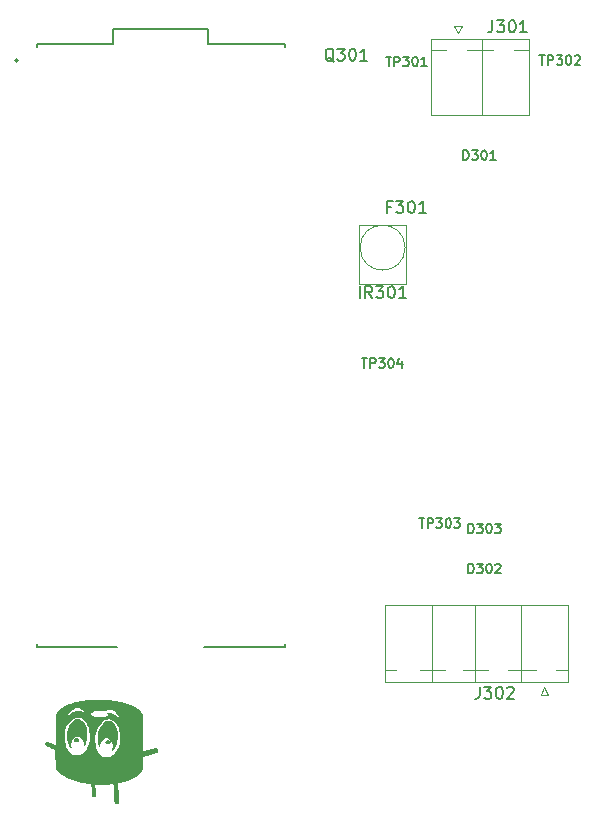
<source format=gbr>
%TF.GenerationSoftware,KiCad,Pcbnew,8.0.8*%
%TF.CreationDate,2025-02-11T11:45:33+01:00*%
%TF.ProjectId,projet,70726f6a-6574-42e6-9b69-6361645f7063,rev?*%
%TF.SameCoordinates,Original*%
%TF.FileFunction,Legend,Top*%
%TF.FilePolarity,Positive*%
%FSLAX46Y46*%
G04 Gerber Fmt 4.6, Leading zero omitted, Abs format (unit mm)*
G04 Created by KiCad (PCBNEW 8.0.8) date 2025-02-11 11:45:33*
%MOMM*%
%LPD*%
G01*
G04 APERTURE LIST*
%ADD10C,0.150000*%
%ADD11C,0.130000*%
%ADD12C,0.120000*%
%ADD13C,0.000000*%
%ADD14C,0.127000*%
%ADD15C,0.200000*%
G04 APERTURE END LIST*
D10*
X83082571Y-54030295D02*
X83539714Y-54030295D01*
X83311142Y-54830295D02*
X83311142Y-54030295D01*
X83806381Y-54830295D02*
X83806381Y-54030295D01*
X83806381Y-54030295D02*
X84111143Y-54030295D01*
X84111143Y-54030295D02*
X84187333Y-54068390D01*
X84187333Y-54068390D02*
X84225428Y-54106485D01*
X84225428Y-54106485D02*
X84263524Y-54182676D01*
X84263524Y-54182676D02*
X84263524Y-54296961D01*
X84263524Y-54296961D02*
X84225428Y-54373152D01*
X84225428Y-54373152D02*
X84187333Y-54411247D01*
X84187333Y-54411247D02*
X84111143Y-54449342D01*
X84111143Y-54449342D02*
X83806381Y-54449342D01*
X84530190Y-54030295D02*
X85025428Y-54030295D01*
X85025428Y-54030295D02*
X84758762Y-54335057D01*
X84758762Y-54335057D02*
X84873047Y-54335057D01*
X84873047Y-54335057D02*
X84949238Y-54373152D01*
X84949238Y-54373152D02*
X84987333Y-54411247D01*
X84987333Y-54411247D02*
X85025428Y-54487438D01*
X85025428Y-54487438D02*
X85025428Y-54677914D01*
X85025428Y-54677914D02*
X84987333Y-54754104D01*
X84987333Y-54754104D02*
X84949238Y-54792200D01*
X84949238Y-54792200D02*
X84873047Y-54830295D01*
X84873047Y-54830295D02*
X84644476Y-54830295D01*
X84644476Y-54830295D02*
X84568285Y-54792200D01*
X84568285Y-54792200D02*
X84530190Y-54754104D01*
X85520667Y-54030295D02*
X85596857Y-54030295D01*
X85596857Y-54030295D02*
X85673048Y-54068390D01*
X85673048Y-54068390D02*
X85711143Y-54106485D01*
X85711143Y-54106485D02*
X85749238Y-54182676D01*
X85749238Y-54182676D02*
X85787333Y-54335057D01*
X85787333Y-54335057D02*
X85787333Y-54525533D01*
X85787333Y-54525533D02*
X85749238Y-54677914D01*
X85749238Y-54677914D02*
X85711143Y-54754104D01*
X85711143Y-54754104D02*
X85673048Y-54792200D01*
X85673048Y-54792200D02*
X85596857Y-54830295D01*
X85596857Y-54830295D02*
X85520667Y-54830295D01*
X85520667Y-54830295D02*
X85444476Y-54792200D01*
X85444476Y-54792200D02*
X85406381Y-54754104D01*
X85406381Y-54754104D02*
X85368286Y-54677914D01*
X85368286Y-54677914D02*
X85330190Y-54525533D01*
X85330190Y-54525533D02*
X85330190Y-54335057D01*
X85330190Y-54335057D02*
X85368286Y-54182676D01*
X85368286Y-54182676D02*
X85406381Y-54106485D01*
X85406381Y-54106485D02*
X85444476Y-54068390D01*
X85444476Y-54068390D02*
X85520667Y-54030295D01*
X86549238Y-54830295D02*
X86092095Y-54830295D01*
X86320667Y-54830295D02*
X86320667Y-54030295D01*
X86320667Y-54030295D02*
X86244476Y-54144580D01*
X86244476Y-54144580D02*
X86168286Y-54220771D01*
X86168286Y-54220771D02*
X86092095Y-54258866D01*
D11*
X89647619Y-62763335D02*
X89647619Y-61963335D01*
X89647619Y-61963335D02*
X89838095Y-61963335D01*
X89838095Y-61963335D02*
X89952381Y-62001430D01*
X89952381Y-62001430D02*
X90028571Y-62077620D01*
X90028571Y-62077620D02*
X90066666Y-62153811D01*
X90066666Y-62153811D02*
X90104762Y-62306192D01*
X90104762Y-62306192D02*
X90104762Y-62420478D01*
X90104762Y-62420478D02*
X90066666Y-62572859D01*
X90066666Y-62572859D02*
X90028571Y-62649049D01*
X90028571Y-62649049D02*
X89952381Y-62725240D01*
X89952381Y-62725240D02*
X89838095Y-62763335D01*
X89838095Y-62763335D02*
X89647619Y-62763335D01*
X90371428Y-61963335D02*
X90866666Y-61963335D01*
X90866666Y-61963335D02*
X90600000Y-62268097D01*
X90600000Y-62268097D02*
X90714285Y-62268097D01*
X90714285Y-62268097D02*
X90790476Y-62306192D01*
X90790476Y-62306192D02*
X90828571Y-62344287D01*
X90828571Y-62344287D02*
X90866666Y-62420478D01*
X90866666Y-62420478D02*
X90866666Y-62610954D01*
X90866666Y-62610954D02*
X90828571Y-62687144D01*
X90828571Y-62687144D02*
X90790476Y-62725240D01*
X90790476Y-62725240D02*
X90714285Y-62763335D01*
X90714285Y-62763335D02*
X90485714Y-62763335D01*
X90485714Y-62763335D02*
X90409523Y-62725240D01*
X90409523Y-62725240D02*
X90371428Y-62687144D01*
X91361905Y-61963335D02*
X91438095Y-61963335D01*
X91438095Y-61963335D02*
X91514286Y-62001430D01*
X91514286Y-62001430D02*
X91552381Y-62039525D01*
X91552381Y-62039525D02*
X91590476Y-62115716D01*
X91590476Y-62115716D02*
X91628571Y-62268097D01*
X91628571Y-62268097D02*
X91628571Y-62458573D01*
X91628571Y-62458573D02*
X91590476Y-62610954D01*
X91590476Y-62610954D02*
X91552381Y-62687144D01*
X91552381Y-62687144D02*
X91514286Y-62725240D01*
X91514286Y-62725240D02*
X91438095Y-62763335D01*
X91438095Y-62763335D02*
X91361905Y-62763335D01*
X91361905Y-62763335D02*
X91285714Y-62725240D01*
X91285714Y-62725240D02*
X91247619Y-62687144D01*
X91247619Y-62687144D02*
X91209524Y-62610954D01*
X91209524Y-62610954D02*
X91171428Y-62458573D01*
X91171428Y-62458573D02*
X91171428Y-62268097D01*
X91171428Y-62268097D02*
X91209524Y-62115716D01*
X91209524Y-62115716D02*
X91247619Y-62039525D01*
X91247619Y-62039525D02*
X91285714Y-62001430D01*
X91285714Y-62001430D02*
X91361905Y-61963335D01*
X92390476Y-62763335D02*
X91933333Y-62763335D01*
X92161905Y-62763335D02*
X92161905Y-61963335D01*
X92161905Y-61963335D02*
X92085714Y-62077620D01*
X92085714Y-62077620D02*
X92009524Y-62153811D01*
X92009524Y-62153811D02*
X91933333Y-62191906D01*
D10*
X83512240Y-66730912D02*
X83178377Y-66730912D01*
X83178377Y-67255555D02*
X83178377Y-66253964D01*
X83178377Y-66253964D02*
X83655325Y-66253964D01*
X83941494Y-66253964D02*
X84561526Y-66253964D01*
X84561526Y-66253964D02*
X84227663Y-66635523D01*
X84227663Y-66635523D02*
X84370747Y-66635523D01*
X84370747Y-66635523D02*
X84466137Y-66683218D01*
X84466137Y-66683218D02*
X84513832Y-66730912D01*
X84513832Y-66730912D02*
X84561526Y-66826302D01*
X84561526Y-66826302D02*
X84561526Y-67064776D01*
X84561526Y-67064776D02*
X84513832Y-67160166D01*
X84513832Y-67160166D02*
X84466137Y-67207861D01*
X84466137Y-67207861D02*
X84370747Y-67255555D01*
X84370747Y-67255555D02*
X84084578Y-67255555D01*
X84084578Y-67255555D02*
X83989189Y-67207861D01*
X83989189Y-67207861D02*
X83941494Y-67160166D01*
X85181559Y-66253964D02*
X85276948Y-66253964D01*
X85276948Y-66253964D02*
X85372338Y-66301659D01*
X85372338Y-66301659D02*
X85420033Y-66349354D01*
X85420033Y-66349354D02*
X85467728Y-66444744D01*
X85467728Y-66444744D02*
X85515422Y-66635523D01*
X85515422Y-66635523D02*
X85515422Y-66873997D01*
X85515422Y-66873997D02*
X85467728Y-67064776D01*
X85467728Y-67064776D02*
X85420033Y-67160166D01*
X85420033Y-67160166D02*
X85372338Y-67207861D01*
X85372338Y-67207861D02*
X85276948Y-67255555D01*
X85276948Y-67255555D02*
X85181559Y-67255555D01*
X85181559Y-67255555D02*
X85086169Y-67207861D01*
X85086169Y-67207861D02*
X85038474Y-67160166D01*
X85038474Y-67160166D02*
X84990780Y-67064776D01*
X84990780Y-67064776D02*
X84943085Y-66873997D01*
X84943085Y-66873997D02*
X84943085Y-66635523D01*
X84943085Y-66635523D02*
X84990780Y-66444744D01*
X84990780Y-66444744D02*
X85038474Y-66349354D01*
X85038474Y-66349354D02*
X85086169Y-66301659D01*
X85086169Y-66301659D02*
X85181559Y-66253964D01*
X86469318Y-67255555D02*
X85896981Y-67255555D01*
X86183150Y-67255555D02*
X86183150Y-66253964D01*
X86183150Y-66253964D02*
X86087760Y-66397049D01*
X86087760Y-66397049D02*
X85992370Y-66492438D01*
X85992370Y-66492438D02*
X85896981Y-66540133D01*
D11*
X90047619Y-94363335D02*
X90047619Y-93563335D01*
X90047619Y-93563335D02*
X90238095Y-93563335D01*
X90238095Y-93563335D02*
X90352381Y-93601430D01*
X90352381Y-93601430D02*
X90428571Y-93677620D01*
X90428571Y-93677620D02*
X90466666Y-93753811D01*
X90466666Y-93753811D02*
X90504762Y-93906192D01*
X90504762Y-93906192D02*
X90504762Y-94020478D01*
X90504762Y-94020478D02*
X90466666Y-94172859D01*
X90466666Y-94172859D02*
X90428571Y-94249049D01*
X90428571Y-94249049D02*
X90352381Y-94325240D01*
X90352381Y-94325240D02*
X90238095Y-94363335D01*
X90238095Y-94363335D02*
X90047619Y-94363335D01*
X90771428Y-93563335D02*
X91266666Y-93563335D01*
X91266666Y-93563335D02*
X91000000Y-93868097D01*
X91000000Y-93868097D02*
X91114285Y-93868097D01*
X91114285Y-93868097D02*
X91190476Y-93906192D01*
X91190476Y-93906192D02*
X91228571Y-93944287D01*
X91228571Y-93944287D02*
X91266666Y-94020478D01*
X91266666Y-94020478D02*
X91266666Y-94210954D01*
X91266666Y-94210954D02*
X91228571Y-94287144D01*
X91228571Y-94287144D02*
X91190476Y-94325240D01*
X91190476Y-94325240D02*
X91114285Y-94363335D01*
X91114285Y-94363335D02*
X90885714Y-94363335D01*
X90885714Y-94363335D02*
X90809523Y-94325240D01*
X90809523Y-94325240D02*
X90771428Y-94287144D01*
X91761905Y-93563335D02*
X91838095Y-93563335D01*
X91838095Y-93563335D02*
X91914286Y-93601430D01*
X91914286Y-93601430D02*
X91952381Y-93639525D01*
X91952381Y-93639525D02*
X91990476Y-93715716D01*
X91990476Y-93715716D02*
X92028571Y-93868097D01*
X92028571Y-93868097D02*
X92028571Y-94058573D01*
X92028571Y-94058573D02*
X91990476Y-94210954D01*
X91990476Y-94210954D02*
X91952381Y-94287144D01*
X91952381Y-94287144D02*
X91914286Y-94325240D01*
X91914286Y-94325240D02*
X91838095Y-94363335D01*
X91838095Y-94363335D02*
X91761905Y-94363335D01*
X91761905Y-94363335D02*
X91685714Y-94325240D01*
X91685714Y-94325240D02*
X91647619Y-94287144D01*
X91647619Y-94287144D02*
X91609524Y-94210954D01*
X91609524Y-94210954D02*
X91571428Y-94058573D01*
X91571428Y-94058573D02*
X91571428Y-93868097D01*
X91571428Y-93868097D02*
X91609524Y-93715716D01*
X91609524Y-93715716D02*
X91647619Y-93639525D01*
X91647619Y-93639525D02*
X91685714Y-93601430D01*
X91685714Y-93601430D02*
X91761905Y-93563335D01*
X92295238Y-93563335D02*
X92790476Y-93563335D01*
X92790476Y-93563335D02*
X92523810Y-93868097D01*
X92523810Y-93868097D02*
X92638095Y-93868097D01*
X92638095Y-93868097D02*
X92714286Y-93906192D01*
X92714286Y-93906192D02*
X92752381Y-93944287D01*
X92752381Y-93944287D02*
X92790476Y-94020478D01*
X92790476Y-94020478D02*
X92790476Y-94210954D01*
X92790476Y-94210954D02*
X92752381Y-94287144D01*
X92752381Y-94287144D02*
X92714286Y-94325240D01*
X92714286Y-94325240D02*
X92638095Y-94363335D01*
X92638095Y-94363335D02*
X92409524Y-94363335D01*
X92409524Y-94363335D02*
X92333333Y-94325240D01*
X92333333Y-94325240D02*
X92295238Y-94287144D01*
X90047619Y-97763335D02*
X90047619Y-96963335D01*
X90047619Y-96963335D02*
X90238095Y-96963335D01*
X90238095Y-96963335D02*
X90352381Y-97001430D01*
X90352381Y-97001430D02*
X90428571Y-97077620D01*
X90428571Y-97077620D02*
X90466666Y-97153811D01*
X90466666Y-97153811D02*
X90504762Y-97306192D01*
X90504762Y-97306192D02*
X90504762Y-97420478D01*
X90504762Y-97420478D02*
X90466666Y-97572859D01*
X90466666Y-97572859D02*
X90428571Y-97649049D01*
X90428571Y-97649049D02*
X90352381Y-97725240D01*
X90352381Y-97725240D02*
X90238095Y-97763335D01*
X90238095Y-97763335D02*
X90047619Y-97763335D01*
X90771428Y-96963335D02*
X91266666Y-96963335D01*
X91266666Y-96963335D02*
X91000000Y-97268097D01*
X91000000Y-97268097D02*
X91114285Y-97268097D01*
X91114285Y-97268097D02*
X91190476Y-97306192D01*
X91190476Y-97306192D02*
X91228571Y-97344287D01*
X91228571Y-97344287D02*
X91266666Y-97420478D01*
X91266666Y-97420478D02*
X91266666Y-97610954D01*
X91266666Y-97610954D02*
X91228571Y-97687144D01*
X91228571Y-97687144D02*
X91190476Y-97725240D01*
X91190476Y-97725240D02*
X91114285Y-97763335D01*
X91114285Y-97763335D02*
X90885714Y-97763335D01*
X90885714Y-97763335D02*
X90809523Y-97725240D01*
X90809523Y-97725240D02*
X90771428Y-97687144D01*
X91761905Y-96963335D02*
X91838095Y-96963335D01*
X91838095Y-96963335D02*
X91914286Y-97001430D01*
X91914286Y-97001430D02*
X91952381Y-97039525D01*
X91952381Y-97039525D02*
X91990476Y-97115716D01*
X91990476Y-97115716D02*
X92028571Y-97268097D01*
X92028571Y-97268097D02*
X92028571Y-97458573D01*
X92028571Y-97458573D02*
X91990476Y-97610954D01*
X91990476Y-97610954D02*
X91952381Y-97687144D01*
X91952381Y-97687144D02*
X91914286Y-97725240D01*
X91914286Y-97725240D02*
X91838095Y-97763335D01*
X91838095Y-97763335D02*
X91761905Y-97763335D01*
X91761905Y-97763335D02*
X91685714Y-97725240D01*
X91685714Y-97725240D02*
X91647619Y-97687144D01*
X91647619Y-97687144D02*
X91609524Y-97610954D01*
X91609524Y-97610954D02*
X91571428Y-97458573D01*
X91571428Y-97458573D02*
X91571428Y-97268097D01*
X91571428Y-97268097D02*
X91609524Y-97115716D01*
X91609524Y-97115716D02*
X91647619Y-97039525D01*
X91647619Y-97039525D02*
X91685714Y-97001430D01*
X91685714Y-97001430D02*
X91761905Y-96963335D01*
X92333333Y-97039525D02*
X92371429Y-97001430D01*
X92371429Y-97001430D02*
X92447619Y-96963335D01*
X92447619Y-96963335D02*
X92638095Y-96963335D01*
X92638095Y-96963335D02*
X92714286Y-97001430D01*
X92714286Y-97001430D02*
X92752381Y-97039525D01*
X92752381Y-97039525D02*
X92790476Y-97115716D01*
X92790476Y-97115716D02*
X92790476Y-97191906D01*
X92790476Y-97191906D02*
X92752381Y-97306192D01*
X92752381Y-97306192D02*
X92295238Y-97763335D01*
X92295238Y-97763335D02*
X92790476Y-97763335D01*
D10*
X91014285Y-107394819D02*
X91014285Y-108109104D01*
X91014285Y-108109104D02*
X90966666Y-108251961D01*
X90966666Y-108251961D02*
X90871428Y-108347200D01*
X90871428Y-108347200D02*
X90728571Y-108394819D01*
X90728571Y-108394819D02*
X90633333Y-108394819D01*
X91395238Y-107394819D02*
X92014285Y-107394819D01*
X92014285Y-107394819D02*
X91680952Y-107775771D01*
X91680952Y-107775771D02*
X91823809Y-107775771D01*
X91823809Y-107775771D02*
X91919047Y-107823390D01*
X91919047Y-107823390D02*
X91966666Y-107871009D01*
X91966666Y-107871009D02*
X92014285Y-107966247D01*
X92014285Y-107966247D02*
X92014285Y-108204342D01*
X92014285Y-108204342D02*
X91966666Y-108299580D01*
X91966666Y-108299580D02*
X91919047Y-108347200D01*
X91919047Y-108347200D02*
X91823809Y-108394819D01*
X91823809Y-108394819D02*
X91538095Y-108394819D01*
X91538095Y-108394819D02*
X91442857Y-108347200D01*
X91442857Y-108347200D02*
X91395238Y-108299580D01*
X92633333Y-107394819D02*
X92728571Y-107394819D01*
X92728571Y-107394819D02*
X92823809Y-107442438D01*
X92823809Y-107442438D02*
X92871428Y-107490057D01*
X92871428Y-107490057D02*
X92919047Y-107585295D01*
X92919047Y-107585295D02*
X92966666Y-107775771D01*
X92966666Y-107775771D02*
X92966666Y-108013866D01*
X92966666Y-108013866D02*
X92919047Y-108204342D01*
X92919047Y-108204342D02*
X92871428Y-108299580D01*
X92871428Y-108299580D02*
X92823809Y-108347200D01*
X92823809Y-108347200D02*
X92728571Y-108394819D01*
X92728571Y-108394819D02*
X92633333Y-108394819D01*
X92633333Y-108394819D02*
X92538095Y-108347200D01*
X92538095Y-108347200D02*
X92490476Y-108299580D01*
X92490476Y-108299580D02*
X92442857Y-108204342D01*
X92442857Y-108204342D02*
X92395238Y-108013866D01*
X92395238Y-108013866D02*
X92395238Y-107775771D01*
X92395238Y-107775771D02*
X92442857Y-107585295D01*
X92442857Y-107585295D02*
X92490476Y-107490057D01*
X92490476Y-107490057D02*
X92538095Y-107442438D01*
X92538095Y-107442438D02*
X92633333Y-107394819D01*
X93347619Y-107490057D02*
X93395238Y-107442438D01*
X93395238Y-107442438D02*
X93490476Y-107394819D01*
X93490476Y-107394819D02*
X93728571Y-107394819D01*
X93728571Y-107394819D02*
X93823809Y-107442438D01*
X93823809Y-107442438D02*
X93871428Y-107490057D01*
X93871428Y-107490057D02*
X93919047Y-107585295D01*
X93919047Y-107585295D02*
X93919047Y-107680533D01*
X93919047Y-107680533D02*
X93871428Y-107823390D01*
X93871428Y-107823390D02*
X93300000Y-108394819D01*
X93300000Y-108394819D02*
X93919047Y-108394819D01*
X78682380Y-54460057D02*
X78587142Y-54412438D01*
X78587142Y-54412438D02*
X78491904Y-54317200D01*
X78491904Y-54317200D02*
X78349047Y-54174342D01*
X78349047Y-54174342D02*
X78253809Y-54126723D01*
X78253809Y-54126723D02*
X78158571Y-54126723D01*
X78206190Y-54364819D02*
X78110952Y-54317200D01*
X78110952Y-54317200D02*
X78015714Y-54221961D01*
X78015714Y-54221961D02*
X77968095Y-54031485D01*
X77968095Y-54031485D02*
X77968095Y-53698152D01*
X77968095Y-53698152D02*
X78015714Y-53507676D01*
X78015714Y-53507676D02*
X78110952Y-53412438D01*
X78110952Y-53412438D02*
X78206190Y-53364819D01*
X78206190Y-53364819D02*
X78396666Y-53364819D01*
X78396666Y-53364819D02*
X78491904Y-53412438D01*
X78491904Y-53412438D02*
X78587142Y-53507676D01*
X78587142Y-53507676D02*
X78634761Y-53698152D01*
X78634761Y-53698152D02*
X78634761Y-54031485D01*
X78634761Y-54031485D02*
X78587142Y-54221961D01*
X78587142Y-54221961D02*
X78491904Y-54317200D01*
X78491904Y-54317200D02*
X78396666Y-54364819D01*
X78396666Y-54364819D02*
X78206190Y-54364819D01*
X78968095Y-53364819D02*
X79587142Y-53364819D01*
X79587142Y-53364819D02*
X79253809Y-53745771D01*
X79253809Y-53745771D02*
X79396666Y-53745771D01*
X79396666Y-53745771D02*
X79491904Y-53793390D01*
X79491904Y-53793390D02*
X79539523Y-53841009D01*
X79539523Y-53841009D02*
X79587142Y-53936247D01*
X79587142Y-53936247D02*
X79587142Y-54174342D01*
X79587142Y-54174342D02*
X79539523Y-54269580D01*
X79539523Y-54269580D02*
X79491904Y-54317200D01*
X79491904Y-54317200D02*
X79396666Y-54364819D01*
X79396666Y-54364819D02*
X79110952Y-54364819D01*
X79110952Y-54364819D02*
X79015714Y-54317200D01*
X79015714Y-54317200D02*
X78968095Y-54269580D01*
X80206190Y-53364819D02*
X80301428Y-53364819D01*
X80301428Y-53364819D02*
X80396666Y-53412438D01*
X80396666Y-53412438D02*
X80444285Y-53460057D01*
X80444285Y-53460057D02*
X80491904Y-53555295D01*
X80491904Y-53555295D02*
X80539523Y-53745771D01*
X80539523Y-53745771D02*
X80539523Y-53983866D01*
X80539523Y-53983866D02*
X80491904Y-54174342D01*
X80491904Y-54174342D02*
X80444285Y-54269580D01*
X80444285Y-54269580D02*
X80396666Y-54317200D01*
X80396666Y-54317200D02*
X80301428Y-54364819D01*
X80301428Y-54364819D02*
X80206190Y-54364819D01*
X80206190Y-54364819D02*
X80110952Y-54317200D01*
X80110952Y-54317200D02*
X80063333Y-54269580D01*
X80063333Y-54269580D02*
X80015714Y-54174342D01*
X80015714Y-54174342D02*
X79968095Y-53983866D01*
X79968095Y-53983866D02*
X79968095Y-53745771D01*
X79968095Y-53745771D02*
X80015714Y-53555295D01*
X80015714Y-53555295D02*
X80063333Y-53460057D01*
X80063333Y-53460057D02*
X80110952Y-53412438D01*
X80110952Y-53412438D02*
X80206190Y-53364819D01*
X81491904Y-54364819D02*
X80920476Y-54364819D01*
X81206190Y-54364819D02*
X81206190Y-53364819D01*
X81206190Y-53364819D02*
X81110952Y-53507676D01*
X81110952Y-53507676D02*
X81015714Y-53602914D01*
X81015714Y-53602914D02*
X80920476Y-53650533D01*
X92104285Y-50954819D02*
X92104285Y-51669104D01*
X92104285Y-51669104D02*
X92056666Y-51811961D01*
X92056666Y-51811961D02*
X91961428Y-51907200D01*
X91961428Y-51907200D02*
X91818571Y-51954819D01*
X91818571Y-51954819D02*
X91723333Y-51954819D01*
X92485238Y-50954819D02*
X93104285Y-50954819D01*
X93104285Y-50954819D02*
X92770952Y-51335771D01*
X92770952Y-51335771D02*
X92913809Y-51335771D01*
X92913809Y-51335771D02*
X93009047Y-51383390D01*
X93009047Y-51383390D02*
X93056666Y-51431009D01*
X93056666Y-51431009D02*
X93104285Y-51526247D01*
X93104285Y-51526247D02*
X93104285Y-51764342D01*
X93104285Y-51764342D02*
X93056666Y-51859580D01*
X93056666Y-51859580D02*
X93009047Y-51907200D01*
X93009047Y-51907200D02*
X92913809Y-51954819D01*
X92913809Y-51954819D02*
X92628095Y-51954819D01*
X92628095Y-51954819D02*
X92532857Y-51907200D01*
X92532857Y-51907200D02*
X92485238Y-51859580D01*
X93723333Y-50954819D02*
X93818571Y-50954819D01*
X93818571Y-50954819D02*
X93913809Y-51002438D01*
X93913809Y-51002438D02*
X93961428Y-51050057D01*
X93961428Y-51050057D02*
X94009047Y-51145295D01*
X94009047Y-51145295D02*
X94056666Y-51335771D01*
X94056666Y-51335771D02*
X94056666Y-51573866D01*
X94056666Y-51573866D02*
X94009047Y-51764342D01*
X94009047Y-51764342D02*
X93961428Y-51859580D01*
X93961428Y-51859580D02*
X93913809Y-51907200D01*
X93913809Y-51907200D02*
X93818571Y-51954819D01*
X93818571Y-51954819D02*
X93723333Y-51954819D01*
X93723333Y-51954819D02*
X93628095Y-51907200D01*
X93628095Y-51907200D02*
X93580476Y-51859580D01*
X93580476Y-51859580D02*
X93532857Y-51764342D01*
X93532857Y-51764342D02*
X93485238Y-51573866D01*
X93485238Y-51573866D02*
X93485238Y-51335771D01*
X93485238Y-51335771D02*
X93532857Y-51145295D01*
X93532857Y-51145295D02*
X93580476Y-51050057D01*
X93580476Y-51050057D02*
X93628095Y-51002438D01*
X93628095Y-51002438D02*
X93723333Y-50954819D01*
X95009047Y-51954819D02*
X94437619Y-51954819D01*
X94723333Y-51954819D02*
X94723333Y-50954819D01*
X94723333Y-50954819D02*
X94628095Y-51097676D01*
X94628095Y-51097676D02*
X94532857Y-51192914D01*
X94532857Y-51192914D02*
X94437619Y-51240533D01*
X81028571Y-79562295D02*
X81485714Y-79562295D01*
X81257142Y-80362295D02*
X81257142Y-79562295D01*
X81752381Y-80362295D02*
X81752381Y-79562295D01*
X81752381Y-79562295D02*
X82057143Y-79562295D01*
X82057143Y-79562295D02*
X82133333Y-79600390D01*
X82133333Y-79600390D02*
X82171428Y-79638485D01*
X82171428Y-79638485D02*
X82209524Y-79714676D01*
X82209524Y-79714676D02*
X82209524Y-79828961D01*
X82209524Y-79828961D02*
X82171428Y-79905152D01*
X82171428Y-79905152D02*
X82133333Y-79943247D01*
X82133333Y-79943247D02*
X82057143Y-79981342D01*
X82057143Y-79981342D02*
X81752381Y-79981342D01*
X82476190Y-79562295D02*
X82971428Y-79562295D01*
X82971428Y-79562295D02*
X82704762Y-79867057D01*
X82704762Y-79867057D02*
X82819047Y-79867057D01*
X82819047Y-79867057D02*
X82895238Y-79905152D01*
X82895238Y-79905152D02*
X82933333Y-79943247D01*
X82933333Y-79943247D02*
X82971428Y-80019438D01*
X82971428Y-80019438D02*
X82971428Y-80209914D01*
X82971428Y-80209914D02*
X82933333Y-80286104D01*
X82933333Y-80286104D02*
X82895238Y-80324200D01*
X82895238Y-80324200D02*
X82819047Y-80362295D01*
X82819047Y-80362295D02*
X82590476Y-80362295D01*
X82590476Y-80362295D02*
X82514285Y-80324200D01*
X82514285Y-80324200D02*
X82476190Y-80286104D01*
X83466667Y-79562295D02*
X83542857Y-79562295D01*
X83542857Y-79562295D02*
X83619048Y-79600390D01*
X83619048Y-79600390D02*
X83657143Y-79638485D01*
X83657143Y-79638485D02*
X83695238Y-79714676D01*
X83695238Y-79714676D02*
X83733333Y-79867057D01*
X83733333Y-79867057D02*
X83733333Y-80057533D01*
X83733333Y-80057533D02*
X83695238Y-80209914D01*
X83695238Y-80209914D02*
X83657143Y-80286104D01*
X83657143Y-80286104D02*
X83619048Y-80324200D01*
X83619048Y-80324200D02*
X83542857Y-80362295D01*
X83542857Y-80362295D02*
X83466667Y-80362295D01*
X83466667Y-80362295D02*
X83390476Y-80324200D01*
X83390476Y-80324200D02*
X83352381Y-80286104D01*
X83352381Y-80286104D02*
X83314286Y-80209914D01*
X83314286Y-80209914D02*
X83276190Y-80057533D01*
X83276190Y-80057533D02*
X83276190Y-79867057D01*
X83276190Y-79867057D02*
X83314286Y-79714676D01*
X83314286Y-79714676D02*
X83352381Y-79638485D01*
X83352381Y-79638485D02*
X83390476Y-79600390D01*
X83390476Y-79600390D02*
X83466667Y-79562295D01*
X84419048Y-79828961D02*
X84419048Y-80362295D01*
X84228572Y-79524200D02*
X84038095Y-80095628D01*
X84038095Y-80095628D02*
X84533334Y-80095628D01*
X96082571Y-53930295D02*
X96539714Y-53930295D01*
X96311142Y-54730295D02*
X96311142Y-53930295D01*
X96806381Y-54730295D02*
X96806381Y-53930295D01*
X96806381Y-53930295D02*
X97111143Y-53930295D01*
X97111143Y-53930295D02*
X97187333Y-53968390D01*
X97187333Y-53968390D02*
X97225428Y-54006485D01*
X97225428Y-54006485D02*
X97263524Y-54082676D01*
X97263524Y-54082676D02*
X97263524Y-54196961D01*
X97263524Y-54196961D02*
X97225428Y-54273152D01*
X97225428Y-54273152D02*
X97187333Y-54311247D01*
X97187333Y-54311247D02*
X97111143Y-54349342D01*
X97111143Y-54349342D02*
X96806381Y-54349342D01*
X97530190Y-53930295D02*
X98025428Y-53930295D01*
X98025428Y-53930295D02*
X97758762Y-54235057D01*
X97758762Y-54235057D02*
X97873047Y-54235057D01*
X97873047Y-54235057D02*
X97949238Y-54273152D01*
X97949238Y-54273152D02*
X97987333Y-54311247D01*
X97987333Y-54311247D02*
X98025428Y-54387438D01*
X98025428Y-54387438D02*
X98025428Y-54577914D01*
X98025428Y-54577914D02*
X97987333Y-54654104D01*
X97987333Y-54654104D02*
X97949238Y-54692200D01*
X97949238Y-54692200D02*
X97873047Y-54730295D01*
X97873047Y-54730295D02*
X97644476Y-54730295D01*
X97644476Y-54730295D02*
X97568285Y-54692200D01*
X97568285Y-54692200D02*
X97530190Y-54654104D01*
X98520667Y-53930295D02*
X98596857Y-53930295D01*
X98596857Y-53930295D02*
X98673048Y-53968390D01*
X98673048Y-53968390D02*
X98711143Y-54006485D01*
X98711143Y-54006485D02*
X98749238Y-54082676D01*
X98749238Y-54082676D02*
X98787333Y-54235057D01*
X98787333Y-54235057D02*
X98787333Y-54425533D01*
X98787333Y-54425533D02*
X98749238Y-54577914D01*
X98749238Y-54577914D02*
X98711143Y-54654104D01*
X98711143Y-54654104D02*
X98673048Y-54692200D01*
X98673048Y-54692200D02*
X98596857Y-54730295D01*
X98596857Y-54730295D02*
X98520667Y-54730295D01*
X98520667Y-54730295D02*
X98444476Y-54692200D01*
X98444476Y-54692200D02*
X98406381Y-54654104D01*
X98406381Y-54654104D02*
X98368286Y-54577914D01*
X98368286Y-54577914D02*
X98330190Y-54425533D01*
X98330190Y-54425533D02*
X98330190Y-54235057D01*
X98330190Y-54235057D02*
X98368286Y-54082676D01*
X98368286Y-54082676D02*
X98406381Y-54006485D01*
X98406381Y-54006485D02*
X98444476Y-53968390D01*
X98444476Y-53968390D02*
X98520667Y-53930295D01*
X99092095Y-54006485D02*
X99130191Y-53968390D01*
X99130191Y-53968390D02*
X99206381Y-53930295D01*
X99206381Y-53930295D02*
X99396857Y-53930295D01*
X99396857Y-53930295D02*
X99473048Y-53968390D01*
X99473048Y-53968390D02*
X99511143Y-54006485D01*
X99511143Y-54006485D02*
X99549238Y-54082676D01*
X99549238Y-54082676D02*
X99549238Y-54158866D01*
X99549238Y-54158866D02*
X99511143Y-54273152D01*
X99511143Y-54273152D02*
X99054000Y-54730295D01*
X99054000Y-54730295D02*
X99549238Y-54730295D01*
X85882571Y-93130295D02*
X86339714Y-93130295D01*
X86111142Y-93930295D02*
X86111142Y-93130295D01*
X86606381Y-93930295D02*
X86606381Y-93130295D01*
X86606381Y-93130295D02*
X86911143Y-93130295D01*
X86911143Y-93130295D02*
X86987333Y-93168390D01*
X86987333Y-93168390D02*
X87025428Y-93206485D01*
X87025428Y-93206485D02*
X87063524Y-93282676D01*
X87063524Y-93282676D02*
X87063524Y-93396961D01*
X87063524Y-93396961D02*
X87025428Y-93473152D01*
X87025428Y-93473152D02*
X86987333Y-93511247D01*
X86987333Y-93511247D02*
X86911143Y-93549342D01*
X86911143Y-93549342D02*
X86606381Y-93549342D01*
X87330190Y-93130295D02*
X87825428Y-93130295D01*
X87825428Y-93130295D02*
X87558762Y-93435057D01*
X87558762Y-93435057D02*
X87673047Y-93435057D01*
X87673047Y-93435057D02*
X87749238Y-93473152D01*
X87749238Y-93473152D02*
X87787333Y-93511247D01*
X87787333Y-93511247D02*
X87825428Y-93587438D01*
X87825428Y-93587438D02*
X87825428Y-93777914D01*
X87825428Y-93777914D02*
X87787333Y-93854104D01*
X87787333Y-93854104D02*
X87749238Y-93892200D01*
X87749238Y-93892200D02*
X87673047Y-93930295D01*
X87673047Y-93930295D02*
X87444476Y-93930295D01*
X87444476Y-93930295D02*
X87368285Y-93892200D01*
X87368285Y-93892200D02*
X87330190Y-93854104D01*
X88320667Y-93130295D02*
X88396857Y-93130295D01*
X88396857Y-93130295D02*
X88473048Y-93168390D01*
X88473048Y-93168390D02*
X88511143Y-93206485D01*
X88511143Y-93206485D02*
X88549238Y-93282676D01*
X88549238Y-93282676D02*
X88587333Y-93435057D01*
X88587333Y-93435057D02*
X88587333Y-93625533D01*
X88587333Y-93625533D02*
X88549238Y-93777914D01*
X88549238Y-93777914D02*
X88511143Y-93854104D01*
X88511143Y-93854104D02*
X88473048Y-93892200D01*
X88473048Y-93892200D02*
X88396857Y-93930295D01*
X88396857Y-93930295D02*
X88320667Y-93930295D01*
X88320667Y-93930295D02*
X88244476Y-93892200D01*
X88244476Y-93892200D02*
X88206381Y-93854104D01*
X88206381Y-93854104D02*
X88168286Y-93777914D01*
X88168286Y-93777914D02*
X88130190Y-93625533D01*
X88130190Y-93625533D02*
X88130190Y-93435057D01*
X88130190Y-93435057D02*
X88168286Y-93282676D01*
X88168286Y-93282676D02*
X88206381Y-93206485D01*
X88206381Y-93206485D02*
X88244476Y-93168390D01*
X88244476Y-93168390D02*
X88320667Y-93130295D01*
X88854000Y-93130295D02*
X89349238Y-93130295D01*
X89349238Y-93130295D02*
X89082572Y-93435057D01*
X89082572Y-93435057D02*
X89196857Y-93435057D01*
X89196857Y-93435057D02*
X89273048Y-93473152D01*
X89273048Y-93473152D02*
X89311143Y-93511247D01*
X89311143Y-93511247D02*
X89349238Y-93587438D01*
X89349238Y-93587438D02*
X89349238Y-93777914D01*
X89349238Y-93777914D02*
X89311143Y-93854104D01*
X89311143Y-93854104D02*
X89273048Y-93892200D01*
X89273048Y-93892200D02*
X89196857Y-93930295D01*
X89196857Y-93930295D02*
X88968286Y-93930295D01*
X88968286Y-93930295D02*
X88892095Y-93892200D01*
X88892095Y-93892200D02*
X88854000Y-93854104D01*
X80871429Y-74454819D02*
X80871429Y-73454819D01*
X81919047Y-74454819D02*
X81585714Y-73978628D01*
X81347619Y-74454819D02*
X81347619Y-73454819D01*
X81347619Y-73454819D02*
X81728571Y-73454819D01*
X81728571Y-73454819D02*
X81823809Y-73502438D01*
X81823809Y-73502438D02*
X81871428Y-73550057D01*
X81871428Y-73550057D02*
X81919047Y-73645295D01*
X81919047Y-73645295D02*
X81919047Y-73788152D01*
X81919047Y-73788152D02*
X81871428Y-73883390D01*
X81871428Y-73883390D02*
X81823809Y-73931009D01*
X81823809Y-73931009D02*
X81728571Y-73978628D01*
X81728571Y-73978628D02*
X81347619Y-73978628D01*
X82252381Y-73454819D02*
X82871428Y-73454819D01*
X82871428Y-73454819D02*
X82538095Y-73835771D01*
X82538095Y-73835771D02*
X82680952Y-73835771D01*
X82680952Y-73835771D02*
X82776190Y-73883390D01*
X82776190Y-73883390D02*
X82823809Y-73931009D01*
X82823809Y-73931009D02*
X82871428Y-74026247D01*
X82871428Y-74026247D02*
X82871428Y-74264342D01*
X82871428Y-74264342D02*
X82823809Y-74359580D01*
X82823809Y-74359580D02*
X82776190Y-74407200D01*
X82776190Y-74407200D02*
X82680952Y-74454819D01*
X82680952Y-74454819D02*
X82395238Y-74454819D01*
X82395238Y-74454819D02*
X82300000Y-74407200D01*
X82300000Y-74407200D02*
X82252381Y-74359580D01*
X83490476Y-73454819D02*
X83585714Y-73454819D01*
X83585714Y-73454819D02*
X83680952Y-73502438D01*
X83680952Y-73502438D02*
X83728571Y-73550057D01*
X83728571Y-73550057D02*
X83776190Y-73645295D01*
X83776190Y-73645295D02*
X83823809Y-73835771D01*
X83823809Y-73835771D02*
X83823809Y-74073866D01*
X83823809Y-74073866D02*
X83776190Y-74264342D01*
X83776190Y-74264342D02*
X83728571Y-74359580D01*
X83728571Y-74359580D02*
X83680952Y-74407200D01*
X83680952Y-74407200D02*
X83585714Y-74454819D01*
X83585714Y-74454819D02*
X83490476Y-74454819D01*
X83490476Y-74454819D02*
X83395238Y-74407200D01*
X83395238Y-74407200D02*
X83347619Y-74359580D01*
X83347619Y-74359580D02*
X83300000Y-74264342D01*
X83300000Y-74264342D02*
X83252381Y-74073866D01*
X83252381Y-74073866D02*
X83252381Y-73835771D01*
X83252381Y-73835771D02*
X83300000Y-73645295D01*
X83300000Y-73645295D02*
X83347619Y-73550057D01*
X83347619Y-73550057D02*
X83395238Y-73502438D01*
X83395238Y-73502438D02*
X83490476Y-73454819D01*
X84776190Y-74454819D02*
X84204762Y-74454819D01*
X84490476Y-74454819D02*
X84490476Y-73454819D01*
X84490476Y-73454819D02*
X84395238Y-73597676D01*
X84395238Y-73597676D02*
X84300000Y-73692914D01*
X84300000Y-73692914D02*
X84204762Y-73740533D01*
%TO.C,J302*%
D12*
X98532000Y-107016000D02*
X83038000Y-107016000D01*
X83038000Y-100440000D01*
X98532000Y-100440000D01*
X98532000Y-107016000D01*
X98532000Y-107004000D02*
X98532000Y-100440000D01*
X98532000Y-107004000D02*
X83038000Y-107016000D01*
X98532000Y-105940000D02*
X97500000Y-105940000D01*
X98532000Y-100440000D02*
X83038000Y-100440000D01*
X96800000Y-108040000D02*
X96200000Y-108040000D01*
X96500000Y-107440000D02*
X96800000Y-108040000D01*
X96200000Y-108040000D02*
X96500000Y-107440000D01*
X95750000Y-105940000D02*
X94500000Y-105940000D01*
X94500000Y-106690000D02*
X94500000Y-106940000D01*
X94500000Y-105940000D02*
X93452000Y-105940000D01*
X94500000Y-100440000D02*
X94500000Y-106690000D01*
X90658000Y-100452000D02*
X90658000Y-106952000D01*
X89642000Y-105940000D02*
X91750000Y-105940000D01*
X86975000Y-100452000D02*
X86975000Y-106952000D01*
X85959000Y-105988000D02*
X88067000Y-105988000D01*
X83038000Y-107016000D02*
X83038000Y-100440000D01*
X83038000Y-105988000D02*
X83927000Y-105988000D01*
D13*
%TO.C,G\u002A\u002A\u002A*%
G36*
X59671123Y-111886918D02*
G01*
X59740809Y-111942830D01*
X59744555Y-111947340D01*
X59777301Y-112016562D01*
X59777377Y-112093136D01*
X59747158Y-112165126D01*
X59690365Y-112219773D01*
X59600351Y-112256737D01*
X59514493Y-112253927D01*
X59433069Y-112211370D01*
X59411424Y-112192638D01*
X59356662Y-112124130D01*
X59340602Y-112055145D01*
X59362298Y-111979906D01*
X59373305Y-111959790D01*
X59430741Y-111897761D01*
X59506149Y-111864717D01*
X59589590Y-111860991D01*
X59671123Y-111886918D01*
G37*
G36*
X56950984Y-111703487D02*
G01*
X57024362Y-111737586D01*
X57080727Y-111798703D01*
X57107738Y-111865172D01*
X57105983Y-111937314D01*
X57072268Y-112006097D01*
X57013628Y-112059259D01*
X56989314Y-112071575D01*
X56914376Y-112095068D01*
X56849897Y-112093395D01*
X56800555Y-112077732D01*
X56725069Y-112028181D01*
X56679313Y-111951958D01*
X56669540Y-111914584D01*
X56665621Y-111862713D01*
X56681769Y-111820628D01*
X56713209Y-111781257D01*
X56786964Y-111723527D01*
X56869037Y-111698202D01*
X56950984Y-111703487D01*
G37*
G36*
X59744017Y-110259888D02*
G01*
X59860985Y-110306846D01*
X59914749Y-110339188D01*
X60055114Y-110454756D01*
X60173914Y-110602305D01*
X60270057Y-110779456D01*
X60342456Y-110983827D01*
X60390020Y-111213040D01*
X60409860Y-111420540D01*
X60407898Y-111621381D01*
X60384525Y-111832791D01*
X60342181Y-112043860D01*
X60283304Y-112243678D01*
X60210334Y-112421333D01*
X60168613Y-112499659D01*
X60109508Y-112592699D01*
X60051179Y-112670781D01*
X59997423Y-112730393D01*
X59952039Y-112768021D01*
X59918824Y-112780154D01*
X59901578Y-112763279D01*
X59900000Y-112748078D01*
X59905363Y-112712134D01*
X59919198Y-112652949D01*
X59932583Y-112604073D01*
X59956685Y-112460129D01*
X59952415Y-112305332D01*
X59921073Y-112155655D01*
X59889542Y-112074380D01*
X59816803Y-111956909D01*
X59723992Y-111862518D01*
X59617562Y-111795075D01*
X59503972Y-111758445D01*
X59389675Y-111756495D01*
X59366051Y-111760884D01*
X59220822Y-111811524D01*
X59101005Y-111892772D01*
X59006418Y-112004847D01*
X58936879Y-112147963D01*
X58892203Y-112322339D01*
X58891906Y-112324096D01*
X58873426Y-112412852D01*
X58853791Y-112463955D01*
X58832391Y-112477021D01*
X58808616Y-112451663D01*
X58781856Y-112387496D01*
X58751501Y-112284135D01*
X58736841Y-112226103D01*
X58708283Y-112063678D01*
X58693822Y-111877593D01*
X58693496Y-111681636D01*
X58707343Y-111489595D01*
X58734372Y-111320000D01*
X58797586Y-111085035D01*
X58880327Y-110873610D01*
X58980664Y-110688397D01*
X59096665Y-110532072D01*
X59226396Y-110407309D01*
X59367925Y-110316784D01*
X59493347Y-110269466D01*
X59625054Y-110248021D01*
X59744017Y-110259888D01*
G37*
G36*
X57130740Y-110110468D02*
G01*
X57257236Y-110168973D01*
X57376669Y-110258652D01*
X57486687Y-110377316D01*
X57584940Y-110522775D01*
X57669079Y-110692839D01*
X57736752Y-110885321D01*
X57785611Y-111098029D01*
X57790927Y-111130000D01*
X57794947Y-111177271D01*
X57797803Y-111254184D01*
X57799484Y-111350396D01*
X57799981Y-111455566D01*
X57799282Y-111559353D01*
X57797376Y-111651413D01*
X57794253Y-111721405D01*
X57791571Y-111750127D01*
X57764503Y-111891000D01*
X57722793Y-112045576D01*
X57672171Y-112193130D01*
X57662166Y-112218300D01*
X57618203Y-112316015D01*
X57581942Y-112375171D01*
X57553701Y-112395690D01*
X57533800Y-112377495D01*
X57522558Y-112320510D01*
X57520000Y-112252449D01*
X57503686Y-112083170D01*
X57455776Y-111934083D01*
X57377813Y-111808036D01*
X57271342Y-111707877D01*
X57201467Y-111665000D01*
X57090982Y-111617913D01*
X56993300Y-111601713D01*
X56896849Y-111615568D01*
X56833264Y-111638600D01*
X56706429Y-111714283D01*
X56598475Y-111822782D01*
X56514457Y-111958419D01*
X56484372Y-112024564D01*
X56465943Y-112078900D01*
X56456584Y-112135235D01*
X56453710Y-112207377D01*
X56454252Y-112280000D01*
X56456203Y-112368767D01*
X56458973Y-112446953D01*
X56462099Y-112502692D01*
X56463586Y-112517975D01*
X56460776Y-112560909D01*
X56438946Y-112571151D01*
X56401798Y-112548927D01*
X56366905Y-112512054D01*
X56330624Y-112458904D01*
X56288491Y-112383709D01*
X56249002Y-112301758D01*
X56245176Y-112292968D01*
X56170668Y-112075351D01*
X56122760Y-111836455D01*
X56101632Y-111585038D01*
X56107465Y-111329854D01*
X56140437Y-111079659D01*
X56200729Y-110843209D01*
X56214524Y-110802708D01*
X56280753Y-110651001D01*
X56367905Y-110503538D01*
X56469654Y-110368368D01*
X56579671Y-110253542D01*
X56691629Y-110167110D01*
X56732368Y-110143893D01*
X56865955Y-110095739D01*
X56999529Y-110085327D01*
X57130740Y-110110468D01*
G37*
G36*
X58924659Y-108480749D02*
G01*
X59084911Y-108482011D01*
X59232022Y-108484317D01*
X59359504Y-108487676D01*
X59460869Y-108492097D01*
X59529629Y-108497587D01*
X59536168Y-108498426D01*
X59616363Y-108508924D01*
X59719461Y-108521662D01*
X59828599Y-108534579D01*
X59880000Y-108540443D01*
X59974685Y-108552844D01*
X60094578Y-108571161D01*
X60229718Y-108593611D01*
X60370149Y-108618410D01*
X60505912Y-108643774D01*
X60627049Y-108667919D01*
X60723602Y-108689062D01*
X60760000Y-108698070D01*
X61004735Y-108765689D01*
X61216897Y-108831225D01*
X61403656Y-108897132D01*
X61572182Y-108965862D01*
X61661673Y-109006693D01*
X61872662Y-109117369D01*
X62061699Y-109237945D01*
X62224894Y-109365198D01*
X62358355Y-109495907D01*
X62458193Y-109626847D01*
X62498221Y-109699619D01*
X62550000Y-109810000D01*
X62542774Y-111325000D01*
X62541490Y-111610607D01*
X62540573Y-111858748D01*
X62540060Y-112071956D01*
X62539987Y-112252765D01*
X62540389Y-112403706D01*
X62541304Y-112527313D01*
X62542767Y-112626118D01*
X62544816Y-112702655D01*
X62547485Y-112759455D01*
X62550812Y-112799053D01*
X62554832Y-112823981D01*
X62559583Y-112836772D01*
X62564471Y-112840000D01*
X62598007Y-112834132D01*
X62655681Y-112818901D01*
X62711696Y-112801814D01*
X62791477Y-112777053D01*
X62889435Y-112748040D01*
X62985099Y-112720831D01*
X62990000Y-112719476D01*
X63089562Y-112690905D01*
X63204150Y-112656389D01*
X63310905Y-112622832D01*
X63322723Y-112618996D01*
X63409381Y-112591809D01*
X63490043Y-112568368D01*
X63551130Y-112552559D01*
X63565293Y-112549563D01*
X63649527Y-112551155D01*
X63721491Y-112583936D01*
X63776794Y-112639880D01*
X63811045Y-112710958D01*
X63819852Y-112789143D01*
X63798821Y-112866409D01*
X63765000Y-112914583D01*
X63717636Y-112952641D01*
X63646763Y-112987670D01*
X63544737Y-113023353D01*
X63530000Y-113027866D01*
X63446256Y-113053812D01*
X63373568Y-113077425D01*
X63322991Y-113095068D01*
X63310000Y-113100264D01*
X63274892Y-113112987D01*
X63209627Y-113134043D01*
X63122561Y-113160955D01*
X63022046Y-113191245D01*
X62916438Y-113222435D01*
X62814091Y-113252046D01*
X62723358Y-113277600D01*
X62652596Y-113296621D01*
X62625000Y-113303449D01*
X62573525Y-113316116D01*
X62543190Y-113324900D01*
X62539774Y-113326619D01*
X62539254Y-113346675D01*
X62537912Y-113401204D01*
X62535883Y-113484693D01*
X62533300Y-113591626D01*
X62530297Y-113716489D01*
X62528054Y-113810000D01*
X62523935Y-113948768D01*
X62518611Y-114077800D01*
X62512472Y-114190516D01*
X62505907Y-114280338D01*
X62499305Y-114340687D01*
X62495492Y-114360000D01*
X62438864Y-114487710D01*
X62346400Y-114619334D01*
X62221633Y-114751719D01*
X62068099Y-114881713D01*
X61889333Y-115006165D01*
X61688868Y-115121924D01*
X61580000Y-115176320D01*
X61404740Y-115257514D01*
X61252528Y-115322807D01*
X61111801Y-115376346D01*
X60970994Y-115422280D01*
X60818542Y-115464757D01*
X60680000Y-115499138D01*
X60593211Y-115520447D01*
X60517439Y-115540136D01*
X60463701Y-115555292D01*
X60447773Y-115560546D01*
X60434170Y-115564992D01*
X60423839Y-115569900D01*
X60416697Y-115580054D01*
X60412663Y-115600238D01*
X60411652Y-115635235D01*
X60413583Y-115689829D01*
X60418373Y-115768804D01*
X60425939Y-115876943D01*
X60436198Y-116019030D01*
X60439144Y-116060000D01*
X60449003Y-116197560D01*
X60460144Y-116353199D01*
X60471148Y-116507093D01*
X60479973Y-116630670D01*
X60487626Y-116750329D01*
X60493929Y-116872510D01*
X60498259Y-116983405D01*
X60499992Y-117069204D01*
X60500000Y-117073893D01*
X60499197Y-117155105D01*
X60494715Y-117207169D01*
X60483437Y-117240936D01*
X60462249Y-117267254D01*
X60438465Y-117288222D01*
X60361504Y-117331473D01*
X60280842Y-117340152D01*
X60206001Y-117314229D01*
X60174468Y-117289013D01*
X60159775Y-117273505D01*
X60147070Y-117256464D01*
X60136014Y-117234720D01*
X60126267Y-117205102D01*
X60117490Y-117164438D01*
X60109343Y-117109556D01*
X60101486Y-117037285D01*
X60093581Y-116944453D01*
X60085288Y-116827889D01*
X60076267Y-116684422D01*
X60066178Y-116510880D01*
X60054683Y-116304091D01*
X60041441Y-116060885D01*
X60039839Y-116031327D01*
X60032998Y-115912570D01*
X60026208Y-115808157D01*
X60019945Y-115724418D01*
X60014685Y-115667681D01*
X60010901Y-115644275D01*
X60010770Y-115644104D01*
X59988951Y-115642790D01*
X59934233Y-115644705D01*
X59853553Y-115649463D01*
X59753849Y-115656679D01*
X59686110Y-115662168D01*
X59564572Y-115670427D01*
X59415586Y-115677480D01*
X59251696Y-115682914D01*
X59085447Y-115686314D01*
X58929383Y-115687269D01*
X58924553Y-115687254D01*
X58479107Y-115685725D01*
X58494553Y-115897862D01*
X58500604Y-116003433D01*
X58505542Y-116132396D01*
X58508847Y-116268146D01*
X58510000Y-116389698D01*
X58510000Y-116669396D01*
X58453971Y-116696282D01*
X58389557Y-116712566D01*
X58318925Y-116709197D01*
X58257589Y-116688653D01*
X58224405Y-116659622D01*
X58215394Y-116642350D01*
X58207686Y-116618937D01*
X58200797Y-116584797D01*
X58194244Y-116535346D01*
X58187542Y-116465999D01*
X58180208Y-116372169D01*
X58171759Y-116249272D01*
X58161710Y-116092722D01*
X58157486Y-116025295D01*
X58133486Y-115640590D01*
X58071743Y-115630848D01*
X58045536Y-115626666D01*
X58286666Y-115626666D01*
X58289412Y-115638556D01*
X58300000Y-115640000D01*
X58316462Y-115632682D01*
X58313333Y-115626666D01*
X58289598Y-115624273D01*
X58286666Y-115626666D01*
X58045536Y-115626666D01*
X58026378Y-115623609D01*
X58381840Y-115623609D01*
X58396168Y-115637494D01*
X58400000Y-115640000D01*
X58430094Y-115657463D01*
X58439371Y-115652269D01*
X58440000Y-115640000D01*
X58430190Y-115630000D01*
X58480000Y-115630000D01*
X58490000Y-115640000D01*
X58491181Y-115638819D01*
X58580000Y-115638819D01*
X58594518Y-115659186D01*
X58600000Y-115660000D01*
X58619480Y-115653176D01*
X58620000Y-115651180D01*
X58619032Y-115650000D01*
X58700000Y-115650000D01*
X58710000Y-115660000D01*
X58720000Y-115650000D01*
X58780000Y-115650000D01*
X58790000Y-115660000D01*
X58800000Y-115650000D01*
X58796666Y-115646666D01*
X58846666Y-115646666D01*
X58849412Y-115658556D01*
X58860000Y-115660000D01*
X58876462Y-115652682D01*
X58875067Y-115650000D01*
X58940000Y-115650000D01*
X58950000Y-115660000D01*
X58960000Y-115650000D01*
X58956666Y-115646666D01*
X59166666Y-115646666D01*
X59169412Y-115658556D01*
X59180000Y-115660000D01*
X59196462Y-115652682D01*
X59195067Y-115650000D01*
X59240000Y-115650000D01*
X59250000Y-115660000D01*
X59260000Y-115650000D01*
X59256666Y-115646666D01*
X59306666Y-115646666D01*
X59309412Y-115658556D01*
X59320000Y-115660000D01*
X59336462Y-115652682D01*
X59335067Y-115650000D01*
X59380000Y-115650000D01*
X59390000Y-115660000D01*
X59400000Y-115650000D01*
X59390000Y-115640000D01*
X59380000Y-115650000D01*
X59335067Y-115650000D01*
X59333333Y-115646666D01*
X59309598Y-115644273D01*
X59306666Y-115646666D01*
X59256666Y-115646666D01*
X59250000Y-115640000D01*
X59240000Y-115650000D01*
X59195067Y-115650000D01*
X59193333Y-115646666D01*
X59169598Y-115644273D01*
X59166666Y-115646666D01*
X58956666Y-115646666D01*
X58950000Y-115640000D01*
X58940000Y-115650000D01*
X58875067Y-115650000D01*
X58873333Y-115646666D01*
X58849598Y-115644273D01*
X58846666Y-115646666D01*
X58796666Y-115646666D01*
X58790000Y-115640000D01*
X58780000Y-115650000D01*
X58720000Y-115650000D01*
X58710000Y-115640000D01*
X58700000Y-115650000D01*
X58619032Y-115650000D01*
X58605985Y-115634104D01*
X58600000Y-115630000D01*
X59420000Y-115630000D01*
X59430000Y-115640000D01*
X59440000Y-115630000D01*
X59430000Y-115620000D01*
X59420000Y-115630000D01*
X58600000Y-115630000D01*
X58581570Y-115631585D01*
X58580000Y-115638819D01*
X58491181Y-115638819D01*
X58500000Y-115630000D01*
X58490000Y-115620000D01*
X58480000Y-115630000D01*
X58430190Y-115630000D01*
X58423509Y-115623190D01*
X58405000Y-115620306D01*
X58381840Y-115623609D01*
X58026378Y-115623609D01*
X58024655Y-115623334D01*
X57950801Y-115611455D01*
X57921144Y-115606666D01*
X58186666Y-115606666D01*
X58189412Y-115618556D01*
X58200000Y-115620000D01*
X58216462Y-115612682D01*
X58213333Y-115606666D01*
X59786666Y-115606666D01*
X59789412Y-115618556D01*
X59800000Y-115620000D01*
X59816462Y-115612682D01*
X59813333Y-115606666D01*
X59789598Y-115604273D01*
X59786666Y-115606666D01*
X58213333Y-115606666D01*
X58189598Y-115604273D01*
X58186666Y-115606666D01*
X57921144Y-115606666D01*
X57862896Y-115597260D01*
X57821475Y-115590553D01*
X57796920Y-115586666D01*
X58046666Y-115586666D01*
X58049412Y-115598556D01*
X58060000Y-115600000D01*
X58076462Y-115592682D01*
X58073333Y-115586666D01*
X59966666Y-115586666D01*
X59969412Y-115598556D01*
X59980000Y-115600000D01*
X59996462Y-115592682D01*
X59993333Y-115586666D01*
X59969598Y-115584273D01*
X59966666Y-115586666D01*
X58073333Y-115586666D01*
X58049598Y-115584273D01*
X58046666Y-115586666D01*
X57796920Y-115586666D01*
X57737589Y-115577274D01*
X57705780Y-115572506D01*
X57917224Y-115572506D01*
X57943789Y-115575969D01*
X57950000Y-115576101D01*
X57984156Y-115573939D01*
X57987163Y-115567678D01*
X57985380Y-115566881D01*
X57973851Y-115565732D01*
X60063223Y-115565732D01*
X60068090Y-115576909D01*
X60088228Y-115598380D01*
X60099805Y-115593976D01*
X60100000Y-115591180D01*
X60085794Y-115574264D01*
X60085492Y-115574054D01*
X60152487Y-115574054D01*
X60180000Y-115576842D01*
X60208392Y-115573699D01*
X60205000Y-115566754D01*
X60164053Y-115564112D01*
X60155000Y-115566754D01*
X60152487Y-115574054D01*
X60085492Y-115574054D01*
X60076909Y-115568090D01*
X60063223Y-115565732D01*
X57973851Y-115565732D01*
X57945676Y-115562924D01*
X57925380Y-115566140D01*
X57917224Y-115572506D01*
X57705780Y-115572506D01*
X57667980Y-115566840D01*
X57622540Y-115560707D01*
X57611475Y-115559693D01*
X57606636Y-115551146D01*
X57611876Y-115546666D01*
X57766666Y-115546666D01*
X57769412Y-115558556D01*
X57780000Y-115560000D01*
X57796462Y-115552682D01*
X57795739Y-115551291D01*
X60244543Y-115551291D01*
X60260796Y-115558231D01*
X60295486Y-115560000D01*
X60342314Y-115554962D01*
X60368247Y-115542831D01*
X60368344Y-115542678D01*
X60358921Y-115532902D01*
X60321670Y-115532100D01*
X60316194Y-115532675D01*
X60263749Y-115541796D01*
X60244543Y-115551291D01*
X57795739Y-115551291D01*
X57793333Y-115546666D01*
X57769598Y-115544273D01*
X57766666Y-115546666D01*
X57611876Y-115546666D01*
X57620000Y-115539721D01*
X57630299Y-115528186D01*
X57605321Y-115528911D01*
X57586842Y-115532159D01*
X57556600Y-115535408D01*
X57517904Y-115533794D01*
X57465296Y-115526282D01*
X57393315Y-115511836D01*
X57299015Y-115490000D01*
X57440000Y-115490000D01*
X57450000Y-115500000D01*
X57460000Y-115490000D01*
X57450000Y-115480000D01*
X57440000Y-115490000D01*
X57299015Y-115490000D01*
X57296502Y-115489418D01*
X57204472Y-115466666D01*
X57386666Y-115466666D01*
X57389412Y-115478556D01*
X57400000Y-115480000D01*
X57416462Y-115472682D01*
X57413333Y-115466666D01*
X57389598Y-115464273D01*
X57386666Y-115466666D01*
X57204472Y-115466666D01*
X57169395Y-115457994D01*
X57137850Y-115450000D01*
X57300000Y-115450000D01*
X57310000Y-115460000D01*
X57314782Y-115455218D01*
X60688674Y-115455218D01*
X60708333Y-115458421D01*
X60734273Y-115454743D01*
X60734583Y-115447916D01*
X60707815Y-115443142D01*
X60696250Y-115446337D01*
X60688674Y-115455218D01*
X57314782Y-115455218D01*
X57320000Y-115450000D01*
X57310000Y-115440000D01*
X57300000Y-115450000D01*
X57137850Y-115450000D01*
X57090000Y-115437874D01*
X57046466Y-115426666D01*
X57166666Y-115426666D01*
X57169412Y-115438556D01*
X57180000Y-115440000D01*
X57196462Y-115432682D01*
X57195067Y-115430000D01*
X60800000Y-115430000D01*
X60810000Y-115440000D01*
X60820000Y-115430000D01*
X60810000Y-115420000D01*
X60800000Y-115430000D01*
X57195067Y-115430000D01*
X57193333Y-115426666D01*
X57169598Y-115424273D01*
X57166666Y-115426666D01*
X57046466Y-115426666D01*
X57003107Y-115415503D01*
X56970311Y-115406666D01*
X57086666Y-115406666D01*
X57089412Y-115418556D01*
X57100000Y-115420000D01*
X57116462Y-115412682D01*
X57115067Y-115410000D01*
X60860000Y-115410000D01*
X60870000Y-115420000D01*
X60880000Y-115410000D01*
X60870000Y-115400000D01*
X60860000Y-115410000D01*
X57115067Y-115410000D01*
X57113333Y-115406666D01*
X57089598Y-115404273D01*
X57086666Y-115406666D01*
X56970311Y-115406666D01*
X56934272Y-115396955D01*
X56910215Y-115390000D01*
X57020000Y-115390000D01*
X57030000Y-115400000D01*
X57040000Y-115390000D01*
X57140000Y-115390000D01*
X57150000Y-115400000D01*
X57160000Y-115390000D01*
X57150000Y-115380000D01*
X57140000Y-115390000D01*
X57040000Y-115390000D01*
X57030000Y-115380000D01*
X57020000Y-115390000D01*
X56910215Y-115390000D01*
X56868317Y-115377887D01*
X56790060Y-115353959D01*
X56777403Y-115350000D01*
X61040000Y-115350000D01*
X61050000Y-115360000D01*
X61060000Y-115350000D01*
X61050000Y-115340000D01*
X61040000Y-115350000D01*
X56777403Y-115350000D01*
X56720000Y-115332044D01*
X56646588Y-115306666D01*
X56786666Y-115306666D01*
X56789412Y-115318556D01*
X56800000Y-115320000D01*
X56816462Y-115312682D01*
X56815067Y-115310000D01*
X61140000Y-115310000D01*
X61150000Y-115320000D01*
X61160000Y-115310000D01*
X61150000Y-115300000D01*
X61140000Y-115310000D01*
X56815067Y-115310000D01*
X56813333Y-115306666D01*
X56789598Y-115304273D01*
X56786666Y-115306666D01*
X56646588Y-115306666D01*
X56598378Y-115290000D01*
X61220000Y-115290000D01*
X61230000Y-115300000D01*
X61240000Y-115290000D01*
X61230000Y-115280000D01*
X61220000Y-115290000D01*
X56598378Y-115290000D01*
X56540524Y-115270000D01*
X61280000Y-115270000D01*
X61290000Y-115280000D01*
X61300000Y-115270000D01*
X61290000Y-115260000D01*
X61280000Y-115270000D01*
X56540524Y-115270000D01*
X56530194Y-115266429D01*
X56438822Y-115230000D01*
X61360000Y-115230000D01*
X61370000Y-115240000D01*
X61380000Y-115230000D01*
X61370000Y-115220000D01*
X61360000Y-115230000D01*
X56438822Y-115230000D01*
X56388657Y-115210000D01*
X61400000Y-115210000D01*
X61410000Y-115220000D01*
X61420000Y-115210000D01*
X61410000Y-115200000D01*
X61400000Y-115210000D01*
X56388657Y-115210000D01*
X56338492Y-115190000D01*
X61460000Y-115190000D01*
X61470000Y-115200000D01*
X61480000Y-115190000D01*
X61470000Y-115180000D01*
X61460000Y-115190000D01*
X56338492Y-115190000D01*
X56329608Y-115186458D01*
X56285151Y-115166666D01*
X56366666Y-115166666D01*
X56369412Y-115178556D01*
X56380000Y-115180000D01*
X56396462Y-115172682D01*
X56395067Y-115170000D01*
X61520000Y-115170000D01*
X61530000Y-115180000D01*
X61540000Y-115170000D01*
X61530000Y-115160000D01*
X61520000Y-115170000D01*
X56395067Y-115170000D01*
X56393333Y-115166666D01*
X56369598Y-115164273D01*
X56366666Y-115166666D01*
X56285151Y-115166666D01*
X56247716Y-115150000D01*
X56300000Y-115150000D01*
X56310000Y-115160000D01*
X56320000Y-115150000D01*
X56310000Y-115140000D01*
X56300000Y-115150000D01*
X56247716Y-115150000D01*
X56157868Y-115110000D01*
X56240000Y-115110000D01*
X56250000Y-115120000D01*
X56260000Y-115110000D01*
X61560000Y-115110000D01*
X61570000Y-115120000D01*
X61580000Y-115110000D01*
X61570000Y-115100000D01*
X61560000Y-115110000D01*
X56260000Y-115110000D01*
X56250000Y-115100000D01*
X56240000Y-115110000D01*
X56157868Y-115110000D01*
X56128247Y-115096813D01*
X56067046Y-115066666D01*
X56166666Y-115066666D01*
X56169412Y-115078556D01*
X56180000Y-115080000D01*
X56196462Y-115072682D01*
X56193333Y-115066666D01*
X56169598Y-115064273D01*
X56166666Y-115066666D01*
X56067046Y-115066666D01*
X56026444Y-115046666D01*
X56086666Y-115046666D01*
X56089412Y-115058556D01*
X56100000Y-115060000D01*
X61710000Y-115060000D01*
X61710914Y-115078459D01*
X61717639Y-115080000D01*
X61745912Y-115065404D01*
X61750000Y-115060000D01*
X61749085Y-115041540D01*
X61742360Y-115040000D01*
X61714087Y-115054595D01*
X61710000Y-115060000D01*
X56100000Y-115060000D01*
X56116462Y-115052682D01*
X56113333Y-115046666D01*
X56089598Y-115044273D01*
X56086666Y-115046666D01*
X56026444Y-115046666D01*
X55992611Y-115030000D01*
X61780000Y-115030000D01*
X61790000Y-115040000D01*
X61800000Y-115030000D01*
X61790000Y-115020000D01*
X61780000Y-115030000D01*
X55992611Y-115030000D01*
X55952009Y-115010000D01*
X56020000Y-115010000D01*
X56030000Y-115020000D01*
X56040000Y-115010000D01*
X56030000Y-115000000D01*
X56020000Y-115010000D01*
X55952009Y-115010000D01*
X55936118Y-115002172D01*
X55911239Y-114988508D01*
X61822887Y-114988508D01*
X61827603Y-114998943D01*
X61838819Y-115000000D01*
X61865940Y-114985474D01*
X61869858Y-114980229D01*
X61866639Y-114968863D01*
X61851038Y-114972368D01*
X61822887Y-114988508D01*
X55911239Y-114988508D01*
X55877541Y-114970000D01*
X55960000Y-114970000D01*
X55970000Y-114980000D01*
X55980000Y-114970000D01*
X55970000Y-114960000D01*
X55960000Y-114970000D01*
X55877541Y-114970000D01*
X55841126Y-114950000D01*
X61900000Y-114950000D01*
X61910000Y-114960000D01*
X61920000Y-114950000D01*
X61910000Y-114940000D01*
X61900000Y-114950000D01*
X55841126Y-114950000D01*
X55798640Y-114926666D01*
X55866666Y-114926666D01*
X55869412Y-114938556D01*
X55880000Y-114940000D01*
X55896462Y-114932682D01*
X55893333Y-114926666D01*
X55869598Y-114924273D01*
X55866666Y-114926666D01*
X55798640Y-114926666D01*
X55763225Y-114907215D01*
X55735869Y-114890000D01*
X55800000Y-114890000D01*
X55810000Y-114900000D01*
X55820000Y-114890000D01*
X62000000Y-114890000D01*
X62010000Y-114900000D01*
X62020000Y-114890000D01*
X62010000Y-114880000D01*
X62000000Y-114890000D01*
X55820000Y-114890000D01*
X55810000Y-114880000D01*
X55800000Y-114890000D01*
X55735869Y-114890000D01*
X55640525Y-114830000D01*
X62060000Y-114830000D01*
X62070000Y-114840000D01*
X62080000Y-114830000D01*
X62070000Y-114820000D01*
X62060000Y-114830000D01*
X55640525Y-114830000D01*
X55622800Y-114818846D01*
X55606491Y-114806666D01*
X55666666Y-114806666D01*
X55669412Y-114818556D01*
X55680000Y-114820000D01*
X55696462Y-114812682D01*
X55693333Y-114806666D01*
X55669598Y-114804273D01*
X55666666Y-114806666D01*
X55606491Y-114806666D01*
X55584175Y-114790000D01*
X62100000Y-114790000D01*
X62110000Y-114800000D01*
X62120000Y-114790000D01*
X62110000Y-114780000D01*
X62100000Y-114790000D01*
X55584175Y-114790000D01*
X55564381Y-114775218D01*
X55588674Y-114775218D01*
X55608333Y-114778421D01*
X55634273Y-114774743D01*
X55634583Y-114767916D01*
X55607815Y-114763142D01*
X55596250Y-114766337D01*
X55588674Y-114775218D01*
X55564381Y-114775218D01*
X55542259Y-114758697D01*
X62164903Y-114758697D01*
X62167639Y-114760000D01*
X62185891Y-114745920D01*
X62190000Y-114740000D01*
X62195096Y-114721302D01*
X62192360Y-114720000D01*
X62174108Y-114734079D01*
X62170000Y-114740000D01*
X62164903Y-114758697D01*
X55542259Y-114758697D01*
X55500579Y-114727570D01*
X55475300Y-114705732D01*
X55523223Y-114705732D01*
X55528090Y-114716909D01*
X55548228Y-114738380D01*
X55559805Y-114733976D01*
X55560000Y-114731180D01*
X55545794Y-114714264D01*
X55536909Y-114708090D01*
X55523223Y-114705732D01*
X55475300Y-114705732D01*
X55433939Y-114670000D01*
X55480000Y-114670000D01*
X55490000Y-114680000D01*
X62220000Y-114680000D01*
X62226823Y-114699480D01*
X62228819Y-114700000D01*
X62245895Y-114685985D01*
X62250000Y-114680000D01*
X62248414Y-114661570D01*
X62241180Y-114660000D01*
X62220813Y-114674518D01*
X62220000Y-114680000D01*
X55490000Y-114680000D01*
X55500000Y-114670000D01*
X55490000Y-114660000D01*
X55480000Y-114670000D01*
X55433939Y-114670000D01*
X55410788Y-114650000D01*
X55440000Y-114650000D01*
X55450000Y-114660000D01*
X55460000Y-114650000D01*
X55450000Y-114640000D01*
X55440000Y-114650000D01*
X55410788Y-114650000D01*
X55385319Y-114627998D01*
X55377302Y-114620000D01*
X62280000Y-114620000D01*
X62287317Y-114636462D01*
X62293333Y-114633333D01*
X62295726Y-114609598D01*
X62293333Y-114606666D01*
X62281443Y-114609412D01*
X62280000Y-114620000D01*
X55377302Y-114620000D01*
X55342955Y-114585732D01*
X55383223Y-114585732D01*
X55388090Y-114596909D01*
X55408228Y-114618380D01*
X55419805Y-114613976D01*
X55420000Y-114611180D01*
X55405794Y-114594264D01*
X55396909Y-114588090D01*
X55383223Y-114585732D01*
X55342955Y-114585732D01*
X55327186Y-114570000D01*
X62320000Y-114570000D01*
X62330000Y-114580000D01*
X62340000Y-114570000D01*
X62330000Y-114560000D01*
X62320000Y-114570000D01*
X55327186Y-114570000D01*
X55284664Y-114527576D01*
X55278333Y-114520000D01*
X55320000Y-114520000D01*
X55327317Y-114536462D01*
X55333333Y-114533333D01*
X55335685Y-114510000D01*
X62360000Y-114510000D01*
X62370000Y-114520000D01*
X62380000Y-114510000D01*
X62370000Y-114500000D01*
X62360000Y-114510000D01*
X55335685Y-114510000D01*
X55335726Y-114509598D01*
X55333333Y-114506666D01*
X55321443Y-114509412D01*
X55320000Y-114520000D01*
X55278333Y-114520000D01*
X55216271Y-114445732D01*
X55263223Y-114445732D01*
X55268090Y-114456909D01*
X55288228Y-114478380D01*
X55299805Y-114473976D01*
X55300000Y-114471180D01*
X55285794Y-114454264D01*
X55276909Y-114448090D01*
X55263223Y-114445732D01*
X55216271Y-114445732D01*
X55206258Y-114433750D01*
X55189683Y-114408333D01*
X62420306Y-114408333D01*
X62423191Y-114436934D01*
X62431775Y-114427899D01*
X62444801Y-114382981D01*
X62447794Y-114370000D01*
X62453876Y-114333219D01*
X62446963Y-114331897D01*
X62440913Y-114340000D01*
X62423012Y-114385982D01*
X62420306Y-114408333D01*
X55189683Y-114408333D01*
X55169352Y-114377157D01*
X55154310Y-114350000D01*
X55200000Y-114350000D01*
X55210000Y-114360000D01*
X55220000Y-114350000D01*
X55210000Y-114340000D01*
X55200000Y-114350000D01*
X55154310Y-114350000D01*
X55115539Y-114280000D01*
X62460000Y-114280000D01*
X62467317Y-114296462D01*
X62473333Y-114293333D01*
X62475726Y-114269598D01*
X62473333Y-114266666D01*
X62461443Y-114269412D01*
X62460000Y-114280000D01*
X55115539Y-114280000D01*
X55110000Y-114270000D01*
X55109775Y-114190000D01*
X55140000Y-114190000D01*
X55150000Y-114200000D01*
X55160000Y-114190000D01*
X55150000Y-114180000D01*
X55140000Y-114190000D01*
X55109775Y-114190000D01*
X55109523Y-114100000D01*
X55144640Y-114100000D01*
X55146725Y-114136386D01*
X55151916Y-114140674D01*
X55153786Y-114135000D01*
X55156896Y-114084275D01*
X55153786Y-114065000D01*
X55147989Y-114058775D01*
X55144833Y-114086430D01*
X55144640Y-114100000D01*
X55109523Y-114100000D01*
X55109186Y-113980000D01*
X55140000Y-113980000D01*
X55147317Y-113996462D01*
X55153333Y-113993333D01*
X55155726Y-113969598D01*
X55153333Y-113966666D01*
X55141443Y-113969412D01*
X55140000Y-113980000D01*
X55109186Y-113980000D01*
X55108849Y-113860000D01*
X55144640Y-113860000D01*
X55146725Y-113896386D01*
X55151916Y-113900674D01*
X55153786Y-113895000D01*
X55156896Y-113844275D01*
X55153786Y-113825000D01*
X55147989Y-113818775D01*
X55144833Y-113846430D01*
X55144640Y-113860000D01*
X55108849Y-113860000D01*
X55108569Y-113760000D01*
X55140000Y-113760000D01*
X55147317Y-113776462D01*
X55153333Y-113773333D01*
X55155726Y-113749598D01*
X55153333Y-113746666D01*
X55141443Y-113749412D01*
X55140000Y-113760000D01*
X55108569Y-113760000D01*
X55108317Y-113670000D01*
X55140000Y-113670000D01*
X55150000Y-113680000D01*
X55160000Y-113670000D01*
X55150000Y-113660000D01*
X55140000Y-113670000D01*
X55108317Y-113670000D01*
X55108093Y-113590000D01*
X55140000Y-113590000D01*
X55150000Y-113600000D01*
X55160000Y-113590000D01*
X55150000Y-113580000D01*
X55140000Y-113590000D01*
X55108093Y-113590000D01*
X55107880Y-113513880D01*
X55107859Y-113510000D01*
X55140000Y-113510000D01*
X55150000Y-113520000D01*
X55160000Y-113510000D01*
X55150000Y-113500000D01*
X55140000Y-113510000D01*
X55107859Y-113510000D01*
X55107220Y-113393498D01*
X61881481Y-113393498D01*
X61892470Y-113429226D01*
X61907293Y-113452260D01*
X61914304Y-113452362D01*
X61913196Y-113429994D01*
X61902441Y-113406500D01*
X61884757Y-113383004D01*
X61881481Y-113393498D01*
X55107220Y-113393498D01*
X55107091Y-113370000D01*
X55140000Y-113370000D01*
X55150000Y-113380000D01*
X55160000Y-113370000D01*
X55150000Y-113360000D01*
X55140000Y-113370000D01*
X55107091Y-113370000D01*
X55106946Y-113343600D01*
X55106354Y-113290000D01*
X55140000Y-113290000D01*
X55150000Y-113300000D01*
X55160000Y-113290000D01*
X55150000Y-113280000D01*
X55140000Y-113290000D01*
X55106354Y-113290000D01*
X55105470Y-113210000D01*
X55140000Y-113210000D01*
X55150000Y-113220000D01*
X55160000Y-113210000D01*
X55150000Y-113200000D01*
X55140000Y-113210000D01*
X55105470Y-113210000D01*
X55105203Y-113185860D01*
X55104236Y-113130000D01*
X55140000Y-113130000D01*
X55150000Y-113140000D01*
X55160000Y-113130000D01*
X55150000Y-113120000D01*
X55140000Y-113130000D01*
X55104236Y-113130000D01*
X55102766Y-113045142D01*
X55099751Y-112925928D01*
X55096276Y-112832699D01*
X55095503Y-112820000D01*
X55140000Y-112820000D01*
X55147317Y-112836462D01*
X55153333Y-112833333D01*
X55155726Y-112809598D01*
X55153333Y-112806666D01*
X55141443Y-112809412D01*
X55140000Y-112820000D01*
X55095503Y-112820000D01*
X55092455Y-112769939D01*
X55088404Y-112742128D01*
X55087880Y-112741325D01*
X55075388Y-112732838D01*
X55049240Y-112718945D01*
X55005644Y-112697897D01*
X54940807Y-112667943D01*
X54850937Y-112627333D01*
X54732243Y-112574317D01*
X54580932Y-112507145D01*
X54570000Y-112502301D01*
X54461543Y-112453362D01*
X54383606Y-112415368D01*
X54329644Y-112384225D01*
X54293112Y-112355838D01*
X54267466Y-112326113D01*
X54253695Y-112304413D01*
X54229733Y-112254064D01*
X54228615Y-112213530D01*
X54239839Y-112180388D01*
X54272932Y-112127410D01*
X54311318Y-112090974D01*
X54358090Y-112068498D01*
X54411956Y-112061031D01*
X54478739Y-112069739D01*
X54564263Y-112095785D01*
X54674350Y-112140334D01*
X54766784Y-112182057D01*
X54864274Y-112226574D01*
X54951848Y-112265287D01*
X55021671Y-112294825D01*
X55065910Y-112311818D01*
X55073902Y-112314178D01*
X55117804Y-112324243D01*
X55118417Y-112200000D01*
X55160000Y-112200000D01*
X55167317Y-112216462D01*
X55173333Y-112213333D01*
X55175726Y-112189598D01*
X55173333Y-112186666D01*
X55161443Y-112189412D01*
X55160000Y-112200000D01*
X55118417Y-112200000D01*
X55118762Y-112130000D01*
X55160000Y-112130000D01*
X55170000Y-112140000D01*
X55180000Y-112130000D01*
X55170000Y-112120000D01*
X55160000Y-112130000D01*
X55118762Y-112130000D01*
X55119058Y-112070000D01*
X55160000Y-112070000D01*
X55170000Y-112080000D01*
X55180000Y-112070000D01*
X55170000Y-112060000D01*
X55160000Y-112070000D01*
X55119058Y-112070000D01*
X55119354Y-112010000D01*
X55160000Y-112010000D01*
X55170000Y-112020000D01*
X55180000Y-112010000D01*
X55170000Y-112000000D01*
X55160000Y-112010000D01*
X55119354Y-112010000D01*
X55120052Y-111868333D01*
X55161578Y-111868333D01*
X55165256Y-111894273D01*
X55172083Y-111894583D01*
X55176857Y-111867815D01*
X55173662Y-111856250D01*
X55164781Y-111848674D01*
X55161578Y-111868333D01*
X55120052Y-111868333D01*
X55120389Y-111800000D01*
X55160000Y-111800000D01*
X55167317Y-111816462D01*
X55173333Y-111813333D01*
X55175726Y-111789598D01*
X55173333Y-111786666D01*
X55161443Y-111789412D01*
X55160000Y-111800000D01*
X55120389Y-111800000D01*
X55120783Y-111720000D01*
X55163157Y-111720000D01*
X55166300Y-111748392D01*
X55173245Y-111745000D01*
X55175887Y-111704053D01*
X55174633Y-111699755D01*
X55884099Y-111699755D01*
X55907219Y-111958912D01*
X55958697Y-112211300D01*
X56037269Y-112449703D01*
X56141675Y-112666903D01*
X56203548Y-112765850D01*
X56328209Y-112920088D01*
X56467683Y-113042058D01*
X56618478Y-113130473D01*
X56777101Y-113184049D01*
X56940060Y-113201501D01*
X57103862Y-113181543D01*
X57224498Y-113141536D01*
X57288171Y-113110000D01*
X58820000Y-113110000D01*
X58830000Y-113120000D01*
X58840000Y-113110000D01*
X58830000Y-113100000D01*
X58820000Y-113110000D01*
X57288171Y-113110000D01*
X57347732Y-113080501D01*
X57451961Y-113007729D01*
X57549381Y-112913627D01*
X57618998Y-112831258D01*
X57646727Y-112790000D01*
X58560000Y-112790000D01*
X58570000Y-112800000D01*
X58580000Y-112790000D01*
X58570000Y-112780000D01*
X58560000Y-112790000D01*
X57646727Y-112790000D01*
X57742788Y-112647068D01*
X57846812Y-112432177D01*
X57928972Y-112191773D01*
X57987171Y-111931041D01*
X57990088Y-111913432D01*
X57995897Y-111853936D01*
X58465229Y-111853936D01*
X58467779Y-111970664D01*
X58495718Y-112243336D01*
X58548231Y-112490579D01*
X58624463Y-112710900D01*
X58723557Y-112902808D01*
X58844655Y-113064811D01*
X58986902Y-113195416D01*
X59149441Y-113293131D01*
X59250000Y-113333260D01*
X59329795Y-113348847D01*
X59436524Y-113353378D01*
X59485810Y-113351801D01*
X59581345Y-113343198D01*
X59640859Y-113330000D01*
X61860000Y-113330000D01*
X61870000Y-113340000D01*
X61880000Y-113330000D01*
X61870000Y-113320000D01*
X61860000Y-113330000D01*
X59640859Y-113330000D01*
X59661521Y-113325418D01*
X59746068Y-113293315D01*
X59793431Y-113271576D01*
X59961782Y-113169632D01*
X60094128Y-113050000D01*
X60200000Y-113050000D01*
X60210000Y-113060000D01*
X60220000Y-113050000D01*
X60210000Y-113040000D01*
X60200000Y-113050000D01*
X60094128Y-113050000D01*
X60114626Y-113031471D01*
X60251307Y-112858019D01*
X60302074Y-112770000D01*
X62480000Y-112770000D01*
X62490000Y-112780000D01*
X62500000Y-112770000D01*
X62490000Y-112760000D01*
X62480000Y-112770000D01*
X60302074Y-112770000D01*
X60348215Y-112690000D01*
X62480000Y-112690000D01*
X62490000Y-112700000D01*
X62500000Y-112690000D01*
X62490000Y-112680000D01*
X62480000Y-112690000D01*
X60348215Y-112690000D01*
X60371171Y-112650198D01*
X60379743Y-112630000D01*
X60460000Y-112630000D01*
X60470000Y-112640000D01*
X60480000Y-112630000D01*
X60470000Y-112620000D01*
X60460000Y-112630000D01*
X60379743Y-112630000D01*
X60456134Y-112450000D01*
X62480000Y-112450000D01*
X62490000Y-112460000D01*
X62500000Y-112450000D01*
X62490000Y-112440000D01*
X62480000Y-112450000D01*
X60456134Y-112450000D01*
X60473562Y-112408933D01*
X60505752Y-112310000D01*
X62480000Y-112310000D01*
X62490000Y-112320000D01*
X62500000Y-112310000D01*
X62490000Y-112300000D01*
X62480000Y-112310000D01*
X60505752Y-112310000D01*
X60531782Y-112230000D01*
X60549539Y-112150000D01*
X62480000Y-112150000D01*
X62490000Y-112160000D01*
X62500000Y-112150000D01*
X62490000Y-112140000D01*
X62480000Y-112150000D01*
X60549539Y-112150000D01*
X60565869Y-112076425D01*
X60566675Y-112070000D01*
X62480000Y-112070000D01*
X62490000Y-112080000D01*
X62500000Y-112070000D01*
X62490000Y-112060000D01*
X62480000Y-112070000D01*
X60566675Y-112070000D01*
X60588369Y-111897144D01*
X60598743Y-111704890D01*
X60598566Y-111690000D01*
X62480000Y-111690000D01*
X62490000Y-111700000D01*
X62500000Y-111690000D01*
X62490000Y-111680000D01*
X62480000Y-111690000D01*
X60598566Y-111690000D01*
X60596665Y-111530000D01*
X62480000Y-111530000D01*
X62490000Y-111540000D01*
X62500000Y-111530000D01*
X62490000Y-111520000D01*
X62480000Y-111530000D01*
X60596665Y-111530000D01*
X60596456Y-111512401D01*
X60591087Y-111450000D01*
X62480000Y-111450000D01*
X62490000Y-111460000D01*
X62500000Y-111450000D01*
X62490000Y-111440000D01*
X62480000Y-111450000D01*
X60591087Y-111450000D01*
X60584203Y-111370000D01*
X62480000Y-111370000D01*
X62490000Y-111380000D01*
X62500000Y-111370000D01*
X62490000Y-111360000D01*
X62480000Y-111370000D01*
X60584203Y-111370000D01*
X60580969Y-111332410D01*
X60572120Y-111273485D01*
X60520586Y-111046666D01*
X62486666Y-111046666D01*
X62489412Y-111058556D01*
X62500000Y-111060000D01*
X62516462Y-111052682D01*
X62513333Y-111046666D01*
X62489598Y-111044273D01*
X62486666Y-111046666D01*
X60520586Y-111046666D01*
X60518894Y-111039218D01*
X60508562Y-111010000D01*
X62480000Y-111010000D01*
X62490000Y-111020000D01*
X62500000Y-111010000D01*
X62490000Y-111000000D01*
X62480000Y-111010000D01*
X60508562Y-111010000D01*
X60444077Y-110827649D01*
X60354317Y-110650000D01*
X62500000Y-110650000D01*
X62510000Y-110660000D01*
X62520000Y-110650000D01*
X62510000Y-110640000D01*
X62500000Y-110650000D01*
X60354317Y-110650000D01*
X60349727Y-110640916D01*
X60300090Y-110570000D01*
X62500000Y-110570000D01*
X62510000Y-110580000D01*
X62520000Y-110570000D01*
X62510000Y-110560000D01*
X62500000Y-110570000D01*
X60300090Y-110570000D01*
X60237903Y-110481154D01*
X60168609Y-110410000D01*
X62500000Y-110410000D01*
X62510000Y-110420000D01*
X62520000Y-110410000D01*
X62510000Y-110400000D01*
X62500000Y-110410000D01*
X60168609Y-110410000D01*
X60129654Y-110370000D01*
X62480000Y-110370000D01*
X62490000Y-110380000D01*
X62500000Y-110370000D01*
X62490000Y-110360000D01*
X62480000Y-110370000D01*
X60129654Y-110370000D01*
X60110663Y-110350499D01*
X60025098Y-110290000D01*
X62480000Y-110290000D01*
X62490000Y-110300000D01*
X62500000Y-110290000D01*
X62490000Y-110280000D01*
X62480000Y-110290000D01*
X60025098Y-110290000D01*
X59970063Y-110251087D01*
X59892805Y-110217503D01*
X62485196Y-110217503D01*
X62499847Y-110207917D01*
X62502481Y-110205333D01*
X62518279Y-110179111D01*
X62516137Y-110169470D01*
X62501259Y-110175472D01*
X62491285Y-110194137D01*
X62485196Y-110217503D01*
X59892805Y-110217503D01*
X59818163Y-110185056D01*
X59657019Y-110154540D01*
X59499530Y-110160066D01*
X59330975Y-110203970D01*
X59171455Y-110286377D01*
X59022416Y-110406517D01*
X59004895Y-110423846D01*
X58920331Y-110513065D01*
X58853191Y-110594673D01*
X58794712Y-110681129D01*
X58736128Y-110784889D01*
X58696475Y-110862244D01*
X58600782Y-111090197D01*
X58528631Y-111339762D01*
X58482590Y-111598491D01*
X58465229Y-111853936D01*
X57995897Y-111853936D01*
X58015959Y-111648471D01*
X58010066Y-111378942D01*
X57973728Y-111112442D01*
X57908266Y-110856569D01*
X57814999Y-110618921D01*
X57741004Y-110479358D01*
X57670714Y-110378528D01*
X57581632Y-110276381D01*
X57483606Y-110182502D01*
X57390986Y-110110000D01*
X62500000Y-110110000D01*
X62510000Y-110120000D01*
X62520000Y-110110000D01*
X62510000Y-110100000D01*
X62500000Y-110110000D01*
X57390986Y-110110000D01*
X57386485Y-110106477D01*
X57314474Y-110064203D01*
X57154607Y-110010137D01*
X56990202Y-109994253D01*
X56825231Y-110015649D01*
X56663669Y-110073422D01*
X56509487Y-110166671D01*
X56385131Y-110275253D01*
X56236490Y-110451599D01*
X56113476Y-110653036D01*
X56014699Y-110882343D01*
X55938770Y-111142301D01*
X55927978Y-111190000D01*
X55890598Y-111441046D01*
X55884099Y-111699755D01*
X55174633Y-111699755D01*
X55173245Y-111695000D01*
X55165945Y-111692487D01*
X55163157Y-111720000D01*
X55120783Y-111720000D01*
X55121326Y-111610000D01*
X55163898Y-111610000D01*
X55166060Y-111644156D01*
X55172321Y-111647163D01*
X55173118Y-111645380D01*
X55177075Y-111605676D01*
X55173859Y-111585380D01*
X55167493Y-111577224D01*
X55164030Y-111603789D01*
X55163898Y-111610000D01*
X55121326Y-111610000D01*
X55121918Y-111490000D01*
X55163898Y-111490000D01*
X55166060Y-111524156D01*
X55172321Y-111527163D01*
X55173118Y-111525380D01*
X55177075Y-111485676D01*
X55173859Y-111465380D01*
X55167493Y-111457224D01*
X55164030Y-111483789D01*
X55163898Y-111490000D01*
X55121918Y-111490000D01*
X55122419Y-111388333D01*
X55161578Y-111388333D01*
X55165256Y-111414273D01*
X55172083Y-111414583D01*
X55176857Y-111387815D01*
X55173662Y-111376250D01*
X55164781Y-111368674D01*
X55161578Y-111388333D01*
X55122419Y-111388333D01*
X55122756Y-111320000D01*
X55160000Y-111320000D01*
X55167317Y-111336462D01*
X55173333Y-111333333D01*
X55175726Y-111309598D01*
X55173333Y-111306666D01*
X55161443Y-111309412D01*
X55160000Y-111320000D01*
X55122756Y-111320000D01*
X55123151Y-111240000D01*
X55160000Y-111240000D01*
X55167317Y-111256462D01*
X55173333Y-111253333D01*
X55175726Y-111229598D01*
X55173333Y-111226666D01*
X55161443Y-111229412D01*
X55160000Y-111240000D01*
X55123151Y-111240000D01*
X55123546Y-111160000D01*
X55160000Y-111160000D01*
X55167317Y-111176462D01*
X55173333Y-111173333D01*
X55175726Y-111149598D01*
X55173333Y-111146666D01*
X55161443Y-111149412D01*
X55160000Y-111160000D01*
X55123546Y-111160000D01*
X55123941Y-111080000D01*
X55160000Y-111080000D01*
X55167317Y-111096462D01*
X55173333Y-111093333D01*
X55175726Y-111069598D01*
X55173333Y-111066666D01*
X55161443Y-111069412D01*
X55160000Y-111080000D01*
X55123941Y-111080000D01*
X55124054Y-111057121D01*
X55124336Y-111000000D01*
X55160000Y-111000000D01*
X55167317Y-111016462D01*
X55173333Y-111013333D01*
X55175726Y-110989598D01*
X55173333Y-110986666D01*
X55161443Y-110989412D01*
X55160000Y-111000000D01*
X55124336Y-111000000D01*
X55124730Y-110920000D01*
X55160000Y-110920000D01*
X55167317Y-110936462D01*
X55173333Y-110933333D01*
X55175726Y-110909598D01*
X55173333Y-110906666D01*
X55161443Y-110909412D01*
X55160000Y-110920000D01*
X55124730Y-110920000D01*
X55125026Y-110860000D01*
X55160000Y-110860000D01*
X55167317Y-110876462D01*
X55173333Y-110873333D01*
X55175726Y-110849598D01*
X55173333Y-110846666D01*
X55161443Y-110849412D01*
X55160000Y-110860000D01*
X55125026Y-110860000D01*
X55125421Y-110780000D01*
X55160000Y-110780000D01*
X55167317Y-110796462D01*
X55173333Y-110793333D01*
X55175726Y-110769598D01*
X55173333Y-110766666D01*
X55161443Y-110769412D01*
X55160000Y-110780000D01*
X55125421Y-110780000D01*
X55125815Y-110700000D01*
X55160000Y-110700000D01*
X55167317Y-110716462D01*
X55173333Y-110713333D01*
X55175726Y-110689598D01*
X55173333Y-110686666D01*
X55161443Y-110689412D01*
X55160000Y-110700000D01*
X55125815Y-110700000D01*
X55126210Y-110620000D01*
X55160000Y-110620000D01*
X55167317Y-110636462D01*
X55173333Y-110633333D01*
X55175726Y-110609598D01*
X55173333Y-110606666D01*
X55161443Y-110609412D01*
X55160000Y-110620000D01*
X55126210Y-110620000D01*
X55126605Y-110540000D01*
X55160000Y-110540000D01*
X55167317Y-110556462D01*
X55173333Y-110553333D01*
X55175726Y-110529598D01*
X55173333Y-110526666D01*
X55161443Y-110529412D01*
X55160000Y-110540000D01*
X55126605Y-110540000D01*
X55127000Y-110460000D01*
X55160000Y-110460000D01*
X55167317Y-110476462D01*
X55173333Y-110473333D01*
X55175726Y-110449598D01*
X55173333Y-110446666D01*
X55161443Y-110449412D01*
X55160000Y-110460000D01*
X55127000Y-110460000D01*
X55127345Y-110390000D01*
X55160000Y-110390000D01*
X55170000Y-110400000D01*
X55180000Y-110390000D01*
X55170000Y-110380000D01*
X55160000Y-110390000D01*
X55127345Y-110390000D01*
X55127690Y-110320000D01*
X55160000Y-110320000D01*
X55167317Y-110336462D01*
X55173333Y-110333333D01*
X55175726Y-110309598D01*
X55173333Y-110306666D01*
X55161443Y-110309412D01*
X55160000Y-110320000D01*
X55127690Y-110320000D01*
X55128085Y-110240000D01*
X55160000Y-110240000D01*
X55167317Y-110256462D01*
X55173333Y-110253333D01*
X55175726Y-110229598D01*
X55173333Y-110226666D01*
X55161443Y-110229412D01*
X55160000Y-110240000D01*
X55128085Y-110240000D01*
X55130136Y-109824186D01*
X56123602Y-109824186D01*
X56137977Y-109825655D01*
X56179090Y-109797449D01*
X56185000Y-109792731D01*
X56234247Y-109754559D01*
X56300832Y-109704828D01*
X58141460Y-109704828D01*
X58167221Y-109768950D01*
X58232510Y-109830082D01*
X58301183Y-109870599D01*
X58428814Y-109921434D01*
X58574339Y-109956307D01*
X58730844Y-109975699D01*
X58891416Y-109980085D01*
X59049141Y-109969945D01*
X59197104Y-109945755D01*
X59328393Y-109907993D01*
X59436092Y-109857138D01*
X59513289Y-109793667D01*
X59519239Y-109786423D01*
X59549214Y-109722341D01*
X59544639Y-109658461D01*
X59506391Y-109606012D01*
X59505082Y-109605000D01*
X59504001Y-109592222D01*
X59534434Y-109583763D01*
X59588139Y-109579551D01*
X59656871Y-109579513D01*
X59732388Y-109583577D01*
X59806445Y-109591669D01*
X59870799Y-109603717D01*
X59887919Y-109608373D01*
X60013563Y-109660044D01*
X60150626Y-109740858D01*
X60290640Y-109845255D01*
X60405585Y-109948320D01*
X60469424Y-110009806D01*
X60522299Y-110059320D01*
X60557999Y-110091135D01*
X60570090Y-110100000D01*
X60570269Y-110083921D01*
X60558205Y-110045235D01*
X60558116Y-110045000D01*
X60521570Y-109968766D01*
X60465222Y-109874240D01*
X60396668Y-109772269D01*
X60323508Y-109673700D01*
X60253340Y-109589381D01*
X60203220Y-109538351D01*
X60061472Y-109429186D01*
X59921433Y-109359296D01*
X59780129Y-109328232D01*
X59634582Y-109335548D01*
X59481818Y-109380792D01*
X59401783Y-109417506D01*
X59325556Y-109451085D01*
X59273827Y-109462600D01*
X59258268Y-109459428D01*
X59226947Y-109450194D01*
X59165852Y-109438354D01*
X59084966Y-109425696D01*
X59025955Y-109417808D01*
X58847568Y-109405124D01*
X58675458Y-109410971D01*
X58516430Y-109434084D01*
X58377292Y-109473198D01*
X58264852Y-109527050D01*
X58209108Y-109569545D01*
X58155373Y-109638198D01*
X58141460Y-109704828D01*
X56300832Y-109704828D01*
X56301894Y-109704035D01*
X56373636Y-109651839D01*
X56376394Y-109649863D01*
X56524084Y-109552774D01*
X56658569Y-109484988D01*
X56789858Y-109443238D01*
X56927963Y-109424252D01*
X57067889Y-109423998D01*
X57136012Y-109428028D01*
X57194823Y-109434560D01*
X57251742Y-109445812D01*
X57314191Y-109464003D01*
X57389590Y-109491351D01*
X57485361Y-109530077D01*
X57608923Y-109582398D01*
X57635000Y-109593564D01*
X57658632Y-109597311D01*
X57651878Y-109575350D01*
X57614852Y-109527853D01*
X57547668Y-109454990D01*
X57529052Y-109435778D01*
X57389208Y-109312476D01*
X57264412Y-109235786D01*
X57188672Y-109201082D01*
X57126201Y-109181219D01*
X57059293Y-109172257D01*
X56970240Y-109170254D01*
X56970026Y-109170254D01*
X56878802Y-109172790D01*
X56811078Y-109182301D01*
X56750516Y-109202155D01*
X56699665Y-109226013D01*
X56561843Y-109313083D01*
X56422052Y-109434267D01*
X56285969Y-109584413D01*
X56240715Y-109642259D01*
X56174990Y-109732437D01*
X56135946Y-109793096D01*
X56123602Y-109824186D01*
X55130136Y-109824186D01*
X55130305Y-109790000D01*
X55177486Y-109672603D01*
X55227959Y-109579192D01*
X55305863Y-109474765D01*
X55403583Y-109367593D01*
X55513505Y-109265945D01*
X55628016Y-109178090D01*
X55640630Y-109169580D01*
X55705002Y-109127880D01*
X55756541Y-109096523D01*
X55786366Y-109080850D01*
X55789602Y-109080000D01*
X55814507Y-109069734D01*
X55855145Y-109044912D01*
X55856912Y-109043709D01*
X55943786Y-108993717D01*
X56063591Y-108938618D01*
X56209948Y-108880703D01*
X56376477Y-108822260D01*
X56556800Y-108765579D01*
X56744535Y-108712947D01*
X56860000Y-108683801D01*
X56985460Y-108654514D01*
X57106046Y-108628738D01*
X57228686Y-108605338D01*
X57360310Y-108583181D01*
X57507846Y-108561131D01*
X57678225Y-108538055D01*
X57878375Y-108512818D01*
X57980000Y-108500454D01*
X58050557Y-108494641D01*
X58153393Y-108489813D01*
X58282020Y-108485979D01*
X58429948Y-108483147D01*
X58590690Y-108481325D01*
X58757756Y-108480523D01*
X58924659Y-108480749D01*
G37*
%TO.C,J301*%
D12*
X86940000Y-52500000D02*
X95190000Y-52500000D01*
X95190000Y-59000000D01*
X86940000Y-59000000D01*
X86940000Y-52500000D01*
X95190000Y-59000000D02*
X95190000Y-52500000D01*
X95190000Y-53500000D02*
X93940000Y-53500000D01*
X91190000Y-59000000D02*
X91190000Y-52750000D01*
X91190000Y-53500000D02*
X92190000Y-53500000D01*
X91190000Y-52750000D02*
X91190000Y-52500000D01*
X89940000Y-53500000D02*
X91190000Y-53500000D01*
X89490000Y-51400000D02*
X89190000Y-52000000D01*
X89190000Y-52000000D02*
X88890000Y-51400000D01*
X88890000Y-51400000D02*
X89490000Y-51400000D01*
X86940000Y-59000000D02*
X95190000Y-59000000D01*
X86940000Y-53500000D02*
X88190000Y-53500000D01*
X86940000Y-52500000D02*
X95190000Y-52500000D01*
X86940000Y-52500000D02*
X86940000Y-59000000D01*
%TO.C,IR301*%
X80800000Y-68300000D02*
X84800000Y-68300000D01*
X84800000Y-73300000D01*
X80800000Y-73300000D01*
X80800000Y-68300000D01*
X84702112Y-70202112D02*
G75*
G02*
X80897888Y-70202112I-1902112J0D01*
G01*
X80897888Y-70202112D02*
G75*
G02*
X84702112Y-70202112I1902112J0D01*
G01*
D14*
%TO.C,U301*%
X53500000Y-53000000D02*
X60000000Y-53000000D01*
X53500000Y-53250000D02*
X53500000Y-53000000D01*
X53500000Y-104000000D02*
X53500000Y-103750000D01*
X60000000Y-51700000D02*
X68000000Y-51700000D01*
X60000000Y-53000000D02*
X60000000Y-51700000D01*
X60340000Y-104000000D02*
X53500000Y-104000000D01*
X68000000Y-51700000D02*
X68000000Y-53000000D01*
X68000000Y-53000000D02*
X74500000Y-53000000D01*
X74500000Y-53000000D02*
X74500000Y-53250000D01*
X74500000Y-104000000D02*
X67660000Y-104000000D01*
X74500000Y-104000000D02*
X74500000Y-103750000D01*
D15*
X51910000Y-54370000D02*
G75*
G02*
X51710000Y-54370000I-100000J0D01*
G01*
X51710000Y-54370000D02*
G75*
G02*
X51910000Y-54370000I100000J0D01*
G01*
%TD*%
M02*

</source>
